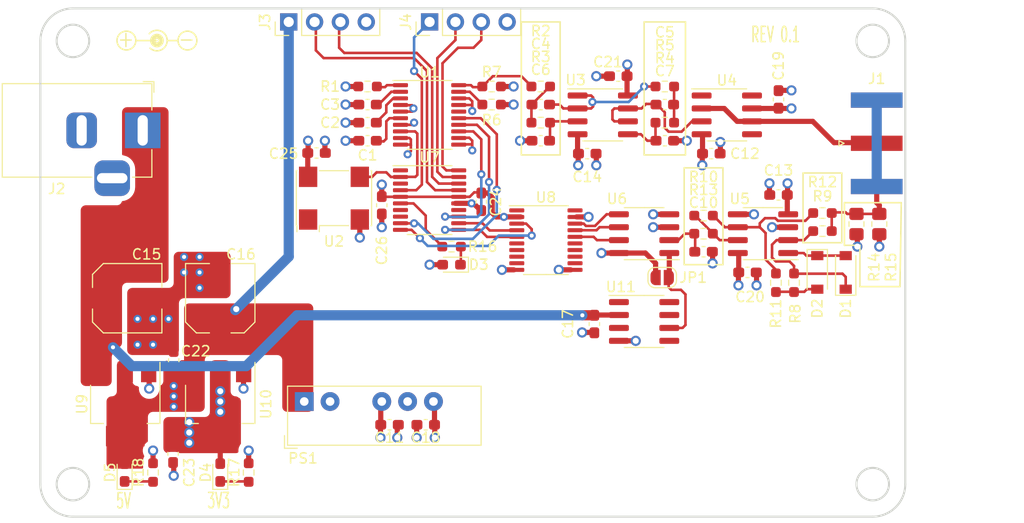
<source format=kicad_pcb>
(kicad_pcb (version 20171130) (host pcbnew "(5.1.9)-1")
  (layers (0 Front signal) (1 In1.Cu signal) (2 In2.Cu signal) (31 Back signal) (34 B.Paste user) (35 F.Paste user) (36 B.SilkS user) (37 F.SilkS user) (38 B.Mask user) (39 F.Mask user) (44 Edge.Cuts user))
  (net 0 "")
  (net 1 GND)
  (net 2 "Net-(C1-Pad1)")
  (net 3 +3V3)
  (net 4 "Net-(C2-Pad1)")
  (net 5 "Net-(C3-Pad2)")
  (net 6 "Net-(C4-Pad2)")
  (net 7 "Net-(C4-Pad1)")
  (net 8 "Net-(C5-Pad2)")
  (net 9 "Net-(C5-Pad1)")
  (net 10 "Net-(C6-Pad1)")
  (net 11 "Net-(C7-Pad1)")
  (net 12 "Net-(C10-Pad1)")
  (net 13 -5V)
  (net 14 +12V)
  (net 15 +5V)
  (net 16 "Net-(D1-Pad2)")
  (net 17 "Net-(D1-Pad1)")
  (net 18 "Net-(D2-Pad2)")
  (net 19 "Net-(D3-Pad1)")
  (net 20 "Net-(D4-Pad1)")
  (net 21 "Net-(D5-Pad1)")
  (net 22 /GEN)
  (net 23 "Net-(J1-Pad2)")
  (net 24 /RX_USART)
  (net 25 /TX_USART)
  (net 26 /SWCLK)
  (net 27 /SWDIO)
  (net 28 /RST)
  (net 29 /REF5.0)
  (net 30 "Net-(R1-Pad2)")
  (net 31 "Net-(R2-Pad2)")
  (net 32 "Net-(R6-Pad1)")
  (net 33 "Net-(R10-Pad2)")
  (net 34 "Net-(R10-Pad1)")
  (net 35 /LED_0)
  (net 36 /CS_0)
  (net 37 /CLK)
  (net 38 /MOSI)
  (net 39 "Net-(U1-Pad8)")
  (net 40 /MISO)
  (net 41 /CS_1)
  (net 42 /B4)
  (net 43 /B3)
  (net 44 /B2)
  (module Symbol:Symbol_Barrel_Polarity (layer Front) (at 116.205 65.659 180)
    (fp_text reference REF** hide)
    (fp_text value Symbol_Barrel_Polarity)
  )
  (module Jumper:SolderJumper-2_P1.3mm_Open_RoundedPad1.0x1.5mm (layer Front) (at 165.862 88.9)
    (fp_text reference JP1 (at 3.048 0) (layer F.SilkS))
    (fp_text value Jumper_NO_Small)
    (pad 2 smd custom (at 0.65 0) (size 1 0.5) (layers Front F.Mask) (net 29 /REF5.0) (options (clearance outline) (anchor rect)) (primitives (gr_circle (center 0 0.25) (end 0.5 0.25) (width 0)) (gr_circle (center 0 -0.25) (end 0.5 -0.25) (width 0)) (gr_poly (pts (xy 0 -0.75) (xy -0.5 -0.75) (xy -0.5 0.75) (xy 0 0.75)) (width 0))))
    (pad 1 smd custom (at -0.65 0) (size 1 0.5) (layers Front F.Mask) (net 15 +5V) (options (clearance outline) (anchor rect)) (primitives (gr_circle (center 0 0.25) (end 0.5 0.25) (width 0)) (gr_circle (center 0 -0.25) (end 0.5 -0.25) (width 0)) (gr_poly (pts (xy 0 -0.75) (xy 0.5 -0.75) (xy 0.5 0.75) (xy 0 0.75)) (width 0))))
  )
  (module Diode_SMD:D_SOD-123 (layer Front) (at 181.102 88.392 270)
    (fp_text reference D2 (at 3.556 0 90) (layer F.SilkS))
    (fp_text value LL4148)
    (pad 2 smd rect (at 1.65 0 270) (size 0.9 1.2) (layers Front F.Paste F.Mask) (net 18 "Net-(D2-Pad2)"))
    (pad 1 smd rect (at -1.65 0 270) (size 0.9 1.2) (layers Front F.Paste F.Mask) (net 16 "Net-(D1-Pad2)"))
  )
  (module Diode_SMD:D_SOD-123 (layer Front) (at 183.896 88.392 90)
    (fp_text reference D1 (at -3.556 0 90) (layer F.SilkS))
    (fp_text value LL4148)
    (pad 2 smd rect (at 1.65 0 90) (size 0.9 1.2) (layers Front F.Paste F.Mask) (net 16 "Net-(D1-Pad2)"))
    (pad 1 smd rect (at -1.65 0 90) (size 0.9 1.2) (layers Front F.Paste F.Mask) (net 17 "Net-(D1-Pad1)"))
  )
  (module Package_SO:SOIC-8_3.9x4.9mm_P1.27mm (layer Front) (at 164.084 93.218)
    (fp_text reference U11 (at -2.286 -3.4) (layer F.SilkS))
    (fp_text value REF02CP)
    (pad 8 smd roundrect (at 2.475 -1.905) (size 1.95 0.6) (layers Front F.Paste F.Mask))
    (pad 7 smd roundrect (at 2.475 -0.635) (size 1.95 0.6) (layers Front F.Paste F.Mask))
    (pad 6 smd roundrect (at 2.475 0.635) (size 1.95 0.6) (layers Front F.Paste F.Mask) (net 29 /REF5.0))
    (pad 5 smd roundrect (at 2.475 1.905) (size 1.95 0.6) (layers Front F.Paste F.Mask))
    (pad 4 smd roundrect (at -2.475 1.905) (size 1.95 0.6) (layers Front F.Paste F.Mask) (net 1 GND))
    (pad 3 smd roundrect (at -2.475 0.635) (size 1.95 0.6) (layers Front F.Paste F.Mask))
    (pad 2 smd roundrect (at -2.475 -0.635) (size 1.95 0.6) (layers Front F.Paste F.Mask) (net 14 +12V))
    (pad 1 smd roundrect (at -2.475 -1.905) (size 1.95 0.6) (layers Front F.Paste F.Mask))
  )
  (module Package_TO_SOT_SMD:SOT-223-3_TabPin2 (layer Front) (at 122.428 101.346 270)
    (fp_text reference U10 (at 0 -4.5 90) (layer F.SilkS))
    (fp_text value AZ1117-3.3)
    (pad 1 smd rect (at -3.15 -2.3 270) (size 2 1.5) (layers Front F.Paste F.Mask) (net 1 GND))
    (pad 3 smd rect (at -3.15 2.3 270) (size 2 1.5) (layers Front F.Paste F.Mask) (net 15 +5V))
    (pad 2 smd rect (at -3.15 0 270) (size 2 1.5) (layers Front F.Paste F.Mask) (net 3 +3V3))
    (pad 2 smd rect (at 3.15 0 270) (size 2 3.8) (layers Front F.Paste F.Mask) (net 3 +3V3))
  )
  (module Package_TO_SOT_SMD:SOT-223-3_TabPin2 (layer Front) (at 113.0935 101.346 270)
    (fp_text reference U9 (at 0 4.2545 270) (layer F.SilkS))
    (fp_text value AZ1117-5.0)
    (pad 1 smd rect (at -3.15 -2.3 270) (size 2 1.5) (layers Front F.Paste F.Mask) (net 1 GND))
    (pad 3 smd rect (at -3.15 2.3 270) (size 2 1.5) (layers Front F.Paste F.Mask) (net 14 +12V))
    (pad 2 smd rect (at -3.15 0 270) (size 2 1.5) (layers Front F.Paste F.Mask) (net 15 +5V))
    (pad 2 smd rect (at 3.15 0 270) (size 2 3.8) (layers Front F.Paste F.Mask) (net 15 +5V))
  )
  (module Package_SO:TSSOP-20_4.4x6.5mm_P0.65mm (layer Front) (at 154.432 85.217)
    (fp_text reference U8 (at 0 -4.2) (layer F.SilkS))
    (fp_text value TXS0108EPW)
    (pad 20 smd roundrect (at 2.8625 -2.925) (size 1.475 0.4) (layers Front F.Paste F.Mask))
    (pad 19 smd roundrect (at 2.8625 -2.275) (size 1.475 0.4) (layers Front F.Paste F.Mask) (net 15 +5V))
    (pad 18 smd roundrect (at 2.8625 -1.625) (size 1.475 0.4) (layers Front F.Paste F.Mask) (net 44 /B2))
    (pad 17 smd roundrect (at 2.8625 -0.975) (size 1.475 0.4) (layers Front F.Paste F.Mask) (net 43 /B3))
    (pad 16 smd roundrect (at 2.8625 -0.325) (size 1.475 0.4) (layers Front F.Paste F.Mask) (net 42 /B4))
    (pad 15 smd roundrect (at 2.8625 0.325) (size 1.475 0.4) (layers Front F.Paste F.Mask))
    (pad 14 smd roundrect (at 2.8625 0.975) (size 1.475 0.4) (layers Front F.Paste F.Mask))
    (pad 13 smd roundrect (at 2.8625 1.625) (size 1.475 0.4) (layers Front F.Paste F.Mask))
    (pad 12 smd roundrect (at 2.8625 2.275) (size 1.475 0.4) (layers Front F.Paste F.Mask))
    (pad 11 smd roundrect (at 2.8625 2.925) (size 1.475 0.4) (layers Front F.Paste F.Mask) (net 1 GND))
    (pad 10 smd roundrect (at -2.8625 2.925) (size 1.475 0.4) (layers Front F.Paste F.Mask) (net 3 +3V3))
    (pad 9 smd roundrect (at -2.8625 2.275) (size 1.475 0.4) (layers Front F.Paste F.Mask))
    (pad 8 smd roundrect (at -2.8625 1.625) (size 1.475 0.4) (layers Front F.Paste F.Mask))
    (pad 7 smd roundrect (at -2.8625 0.975) (size 1.475 0.4) (layers Front F.Paste F.Mask))
    (pad 6 smd roundrect (at -2.8625 0.325) (size 1.475 0.4) (layers Front F.Paste F.Mask))
    (pad 5 smd roundrect (at -2.8625 -0.325) (size 1.475 0.4) (layers Front F.Paste F.Mask) (net 37 /CLK))
    (pad 4 smd roundrect (at -2.8625 -0.975) (size 1.475 0.4) (layers Front F.Paste F.Mask) (net 40 /MISO))
    (pad 3 smd roundrect (at -2.8625 -1.625) (size 1.475 0.4) (layers Front F.Paste F.Mask) (net 41 /CS_1))
    (pad 2 smd roundrect (at -2.8625 -2.275) (size 1.475 0.4) (layers Front F.Paste F.Mask) (net 3 +3V3))
    (pad 1 smd roundrect (at -2.8625 -2.925) (size 1.475 0.4) (layers Front F.Paste F.Mask))
  )
  (module Package_SO:TSSOP-20_4.4x6.5mm_P0.65mm (layer Front) (at 143.002 81.28)
    (fp_text reference U7 (at 0 -4.2) (layer F.SilkS))
    (fp_text value STM32F042F6Px)
    (pad 20 smd roundrect (at 2.8625 -2.925) (size 1.475 0.4) (layers Front F.Paste F.Mask) (net 26 /SWCLK))
    (pad 19 smd roundrect (at 2.8625 -2.275) (size 1.475 0.4) (layers Front F.Paste F.Mask) (net 27 /SWDIO))
    (pad 18 smd roundrect (at 2.8625 -1.625) (size 1.475 0.4) (layers Front F.Paste F.Mask) (net 24 /RX_USART))
    (pad 17 smd roundrect (at 2.8625 -0.975) (size 1.475 0.4) (layers Front F.Paste F.Mask) (net 25 /TX_USART))
    (pad 16 smd roundrect (at 2.8625 -0.325) (size 1.475 0.4) (layers Front F.Paste F.Mask) (net 3 +3V3))
    (pad 15 smd roundrect (at 2.8625 0.325) (size 1.475 0.4) (layers Front F.Paste F.Mask) (net 1 GND))
    (pad 14 smd roundrect (at 2.8625 0.975) (size 1.475 0.4) (layers Front F.Paste F.Mask))
    (pad 13 smd roundrect (at 2.8625 1.625) (size 1.475 0.4) (layers Front F.Paste F.Mask) (net 38 /MOSI))
    (pad 12 smd roundrect (at 2.8625 2.275) (size 1.475 0.4) (layers Front F.Paste F.Mask) (net 40 /MISO))
    (pad 11 smd roundrect (at 2.8625 2.925) (size 1.475 0.4) (layers Front F.Paste F.Mask) (net 37 /CLK))
    (pad 10 smd roundrect (at -2.8625 2.925) (size 1.475 0.4) (layers Front F.Paste F.Mask) (net 41 /CS_1))
    (pad 9 smd roundrect (at -2.8625 2.275) (size 1.475 0.4) (layers Front F.Paste F.Mask) (net 36 /CS_0))
    (pad 8 smd roundrect (at -2.8625 1.625) (size 1.475 0.4) (layers Front F.Paste F.Mask))
    (pad 7 smd roundrect (at -2.8625 0.975) (size 1.475 0.4) (layers Front F.Paste F.Mask))
    (pad 6 smd roundrect (at -2.8625 0.325) (size 1.475 0.4) (layers Front F.Paste F.Mask) (net 35 /LED_0))
    (pad 5 smd roundrect (at -2.8625 -0.325) (size 1.475 0.4) (layers Front F.Paste F.Mask) (net 3 +3V3))
    (pad 4 smd roundrect (at -2.8625 -0.975) (size 1.475 0.4) (layers Front F.Paste F.Mask) (net 28 /RST))
    (pad 3 smd roundrect (at -2.8625 -1.625) (size 1.475 0.4) (layers Front F.Paste F.Mask))
    (pad 2 smd roundrect (at -2.8625 -2.275) (size 1.475 0.4) (layers Front F.Paste F.Mask) (net 39 "Net-(U1-Pad8)"))
    (pad 1 smd roundrect (at -2.8625 -2.925) (size 1.475 0.4) (layers Front F.Paste F.Mask))
  )
  (module Package_SO:SOIC-8_3.9x4.9mm_P1.27mm (layer Front) (at 164.084 84.582 180)
    (fp_text reference U6 (at 2.667 3.429) (layer F.SilkS))
    (fp_text value MCP3201)
    (pad 8 smd roundrect (at 2.475 -1.905 180) (size 1.95 0.6) (layers Front F.Paste F.Mask) (net 15 +5V))
    (pad 7 smd roundrect (at 2.475 -0.635 180) (size 1.95 0.6) (layers Front F.Paste F.Mask) (net 42 /B4))
    (pad 6 smd roundrect (at 2.475 0.635 180) (size 1.95 0.6) (layers Front F.Paste F.Mask) (net 43 /B3))
    (pad 5 smd roundrect (at 2.475 1.905 180) (size 1.95 0.6) (layers Front F.Paste F.Mask) (net 44 /B2))
    (pad 4 smd roundrect (at -2.475 1.905 180) (size 1.95 0.6) (layers Front F.Paste F.Mask) (net 1 GND))
    (pad 3 smd roundrect (at -2.475 0.635 180) (size 1.95 0.6) (layers Front F.Paste F.Mask) (net 1 GND))
    (pad 2 smd roundrect (at -2.475 -0.635 180) (size 1.95 0.6) (layers Front F.Paste F.Mask) (net 12 "Net-(C10-Pad1)"))
    (pad 1 smd roundrect (at -2.475 -1.905 180) (size 1.95 0.6) (layers Front F.Paste F.Mask) (net 29 /REF5.0))
  )
  (module Package_SO:SOIC-8_3.9x4.9mm_P1.27mm (layer Front) (at 175.768 84.582 180)
    (fp_text reference U5 (at 2.286 3.429) (layer F.SilkS))
    (fp_text value NE5532)
    (pad 8 smd roundrect (at 2.475 -1.905 180) (size 1.95 0.6) (layers Front F.Paste F.Mask) (net 15 +5V))
    (pad 7 smd roundrect (at 2.475 -0.635 180) (size 1.95 0.6) (layers Front F.Paste F.Mask) (net 33 "Net-(R10-Pad2)"))
    (pad 6 smd roundrect (at 2.475 0.635 180) (size 1.95 0.6) (layers Front F.Paste F.Mask) (net 34 "Net-(R10-Pad1)"))
    (pad 5 smd roundrect (at 2.475 1.905 180) (size 1.95 0.6) (layers Front F.Paste F.Mask) (net 1 GND))
    (pad 4 smd roundrect (at -2.475 1.905 180) (size 1.95 0.6) (layers Front F.Paste F.Mask) (net 13 -5V))
    (pad 3 smd roundrect (at -2.475 0.635 180) (size 1.95 0.6) (layers Front F.Paste F.Mask) (net 1 GND))
    (pad 2 smd roundrect (at -2.475 -0.635 180) (size 1.95 0.6) (layers Front F.Paste F.Mask) (net 17 "Net-(D1-Pad1)"))
    (pad 1 smd roundrect (at -2.475 -1.905 180) (size 1.95 0.6) (layers Front F.Paste F.Mask) (net 16 "Net-(D1-Pad2)"))
  )
  (module Package_SO:SOIC-8_3.9x4.9mm_P1.27mm (layer Front) (at 172.212 72.898)
    (fp_text reference U4 (at 0 -3.4) (layer F.SilkS))
    (fp_text value AD8009AR)
    (pad 8 smd roundrect (at 2.475 -1.905) (size 1.95 0.6) (layers Front F.Paste F.Mask))
    (pad 7 smd roundrect (at 2.475 -0.635) (size 1.95 0.6) (layers Front F.Paste F.Mask) (net 15 +5V))
    (pad 6 smd roundrect (at 2.475 0.635) (size 1.95 0.6) (layers Front F.Paste F.Mask) (net 22 /GEN))
    (pad 5 smd roundrect (at 2.475 1.905) (size 1.95 0.6) (layers Front F.Paste F.Mask))
    (pad 4 smd roundrect (at -2.475 1.905) (size 1.95 0.6) (layers Front F.Paste F.Mask) (net 13 -5V))
    (pad 3 smd roundrect (at -2.475 0.635) (size 1.95 0.6) (layers Front F.Paste F.Mask) (net 9 "Net-(C5-Pad1)"))
    (pad 2 smd roundrect (at -2.475 -0.635) (size 1.95 0.6) (layers Front F.Paste F.Mask) (net 22 /GEN))
    (pad 1 smd roundrect (at -2.475 -1.905) (size 1.95 0.6) (layers Front F.Paste F.Mask))
  )
  (module Package_SO:SOIC-8_3.9x4.9mm_P1.27mm (layer Front) (at 160.02 72.898)
    (fp_text reference U3 (at -2.667 -3.429) (layer F.SilkS))
    (fp_text value NE5532)
    (pad 8 smd roundrect (at 2.475 -1.905) (size 1.95 0.6) (layers Front F.Paste F.Mask) (net 15 +5V))
    (pad 7 smd roundrect (at 2.475 -0.635) (size 1.95 0.6) (layers Front F.Paste F.Mask) (net 9 "Net-(C5-Pad1)"))
    (pad 6 smd roundrect (at 2.475 0.635) (size 1.95 0.6) (layers Front F.Paste F.Mask) (net 9 "Net-(C5-Pad1)"))
    (pad 5 smd roundrect (at 2.475 1.905) (size 1.95 0.6) (layers Front F.Paste F.Mask) (net 11 "Net-(C7-Pad1)"))
    (pad 4 smd roundrect (at -2.475 1.905) (size 1.95 0.6) (layers Front F.Paste F.Mask) (net 13 -5V))
    (pad 3 smd roundrect (at -2.475 0.635) (size 1.95 0.6) (layers Front F.Paste F.Mask) (net 10 "Net-(C6-Pad1)"))
    (pad 2 smd roundrect (at -2.475 -0.635) (size 1.95 0.6) (layers Front F.Paste F.Mask) (net 7 "Net-(C4-Pad1)"))
    (pad 1 smd roundrect (at -2.475 -1.905) (size 1.95 0.6) (layers Front F.Paste F.Mask) (net 7 "Net-(C4-Pad1)"))
  )
  (module Oscillator:Oscillator_SMD_SeikoEpson_SG8002CA-4Pin_7.0x5.0mm (layer Front) (at 133.604 81.0895)
    (fp_text reference U2 (at 0 4.2545) (layer F.SilkS))
    (fp_text value 25MHz)
    (pad 4 smd rect (at -2.54 -2.1) (size 1.8 2) (layers Front F.Paste F.Mask) (net 3 +3V3))
    (pad 3 smd rect (at 2.54 -2.1) (size 1.8 2) (layers Front F.Paste F.Mask) (net 39 "Net-(U1-Pad8)"))
    (pad 2 smd rect (at 2.54 2.1) (size 1.8 2) (layers Front F.Paste F.Mask) (net 1 GND))
    (pad 1 smd rect (at -2.54 2.1) (size 1.8 2) (layers Front F.Paste F.Mask))
  )
  (module Package_SO:TSSOP-20_4.4x6.5mm_P0.65mm (layer Front) (at 143.002 72.898)
    (fp_text reference U1 (at 0 -4.2) (layer F.SilkS))
    (fp_text value AD9834)
    (pad 20 smd roundrect (at 2.8625 -2.925) (size 1.475 0.4) (layers Front F.Paste F.Mask) (net 31 "Net-(R2-Pad2)"))
    (pad 19 smd roundrect (at 2.8625 -2.275) (size 1.475 0.4) (layers Front F.Paste F.Mask) (net 32 "Net-(R6-Pad1)"))
    (pad 18 smd roundrect (at 2.8625 -1.625) (size 1.475 0.4) (layers Front F.Paste F.Mask) (net 1 GND))
    (pad 17 smd roundrect (at 2.8625 -0.975) (size 1.475 0.4) (layers Front F.Paste F.Mask) (net 1 GND))
    (pad 16 smd roundrect (at 2.8625 -0.325) (size 1.475 0.4) (layers Front F.Paste F.Mask))
    (pad 15 smd roundrect (at 2.8625 0.325) (size 1.475 0.4) (layers Front F.Paste F.Mask) (net 36 /CS_0))
    (pad 14 smd roundrect (at 2.8625 0.975) (size 1.475 0.4) (layers Front F.Paste F.Mask) (net 37 /CLK))
    (pad 13 smd roundrect (at 2.8625 1.625) (size 1.475 0.4) (layers Front F.Paste F.Mask) (net 38 /MOSI))
    (pad 12 smd roundrect (at 2.8625 2.275) (size 1.475 0.4) (layers Front F.Paste F.Mask) (net 1 GND))
    (pad 11 smd roundrect (at 2.8625 2.925) (size 1.475 0.4) (layers Front F.Paste F.Mask) (net 1 GND))
    (pad 10 smd roundrect (at -2.8625 2.925) (size 1.475 0.4) (layers Front F.Paste F.Mask) (net 1 GND))
    (pad 9 smd roundrect (at -2.8625 2.275) (size 1.475 0.4) (layers Front F.Paste F.Mask) (net 1 GND))
    (pad 8 smd roundrect (at -2.8625 1.625) (size 1.475 0.4) (layers Front F.Paste F.Mask) (net 39 "Net-(U1-Pad8)"))
    (pad 7 smd roundrect (at -2.8625 0.975) (size 1.475 0.4) (layers Front F.Paste F.Mask) (net 1 GND))
    (pad 6 smd roundrect (at -2.8625 0.325) (size 1.475 0.4) (layers Front F.Paste F.Mask) (net 2 "Net-(C1-Pad1)"))
    (pad 5 smd roundrect (at -2.8625 -0.325) (size 1.475 0.4) (layers Front F.Paste F.Mask) (net 3 +3V3))
    (pad 4 smd roundrect (at -2.8625 -0.975) (size 1.475 0.4) (layers Front F.Paste F.Mask) (net 3 +3V3))
    (pad 3 smd roundrect (at -2.8625 -1.625) (size 1.475 0.4) (layers Front F.Paste F.Mask) (net 4 "Net-(C2-Pad1)"))
    (pad 2 smd roundrect (at -2.8625 -2.275) (size 1.475 0.4) (layers Front F.Paste F.Mask) (net 5 "Net-(C3-Pad2)"))
    (pad 1 smd roundrect (at -2.8625 -2.925) (size 1.475 0.4) (layers Front F.Paste F.Mask) (net 30 "Net-(R1-Pad2)"))
  )
  (module Resistor_SMD:R_0603_1608Metric_Pad0.98x0.95mm_HandSolder (layer Front) (at 115.824 108.077 90)
    (fp_text reference R18 (at 0 -1.43 90) (layer F.SilkS))
    (fp_text value 820)
    (pad 2 smd roundrect (at 0.9125 0 90) (size 0.975 0.95) (layers Front F.Paste F.Mask) (net 1 GND))
    (pad 1 smd roundrect (at -0.9125 0 90) (size 0.975 0.95) (layers Front F.Paste F.Mask) (net 21 "Net-(D5-Pad1)"))
  )
  (module Resistor_SMD:R_0603_1608Metric_Pad0.98x0.95mm_HandSolder (layer Front) (at 125.222 108.077 90)
    (fp_text reference R17 (at 0 -1.43 90) (layer F.SilkS))
    (fp_text value 330)
    (pad 2 smd roundrect (at 0.9125 0 90) (size 0.975 0.95) (layers Front F.Paste F.Mask) (net 1 GND))
    (pad 1 smd roundrect (at -0.9125 0 90) (size 0.975 0.95) (layers Front F.Paste F.Mask) (net 20 "Net-(D4-Pad1)"))
  )
  (module Resistor_SMD:R_0603_1608Metric_Pad0.98x0.95mm_HandSolder (layer Front) (at 145.161 85.852 180)
    (fp_text reference R16 (at -3.048 0) (layer F.SilkS))
    (fp_text value 330)
    (pad 2 smd roundrect (at 0.9125 0 180) (size 0.975 0.95) (layers Front F.Paste F.Mask) (net 35 /LED_0))
    (pad 1 smd roundrect (at -0.9125 0 180) (size 0.975 0.95) (layers Front F.Paste F.Mask) (net 19 "Net-(D3-Pad1)"))
  )
  (module Resistor_SMD:R_0805_2012Metric_Pad1.20x1.40mm_HandSolder (layer Front) (at 187.198 83.636 270)
    (fp_text reference R15 (at 4.248 -1.143 90) (layer F.SilkS))
    (fp_text value 100R)
    (pad 2 smd roundrect (at 1 0 270) (size 1.2 1.4) (layers Front F.Paste F.Mask) (roundrect_rratio 0.2083325) (net 1 GND))
    (pad 1 smd roundrect (at -1 0 270) (size 1.2 1.4) (layers Front F.Paste F.Mask) (roundrect_rratio 0.2083325) (net 23 "Net-(J1-Pad2)"))
  )
  (module Resistor_SMD:R_0805_2012Metric_Pad1.20x1.40mm_HandSolder (layer Front) (at 184.954 83.636 270)
    (fp_text reference R14 (at 4.248 -1.736 90) (layer F.SilkS))
    (fp_text value 100R)
    (pad 2 smd roundrect (at 1 0 270) (size 1.2 1.4) (layers Front F.Paste F.Mask) (roundrect_rratio 0.2083325) (net 1 GND))
    (pad 1 smd roundrect (at -1 0 270) (size 1.2 1.4) (layers Front F.Paste F.Mask) (roundrect_rratio 0.2083325) (net 23 "Net-(J1-Pad2)"))
  )
  (module Resistor_SMD:R_0603_1608Metric_Pad0.98x0.95mm_HandSolder (layer Front) (at 169.926 84.582 180)
    (fp_text reference R13 (at 0 4.318) (layer F.SilkS))
    (fp_text value 15k)
    (pad 2 smd roundrect (at 0.9125 0 180) (size 0.975 0.95) (layers Front F.Paste F.Mask) (net 12 "Net-(C10-Pad1)"))
    (pad 1 smd roundrect (at -0.9125 0 180) (size 0.975 0.95) (layers Front F.Paste F.Mask) (net 33 "Net-(R10-Pad2)"))
  )
  (module Resistor_SMD:R_0603_1608Metric_Pad0.98x0.95mm_HandSolder (layer Front) (at 181.61 82.55 180)
    (fp_text reference R12 (at 0 3.048) (layer F.SilkS))
    (fp_text value 20k)
    (pad 2 smd roundrect (at 0.9125 0 180) (size 0.975 0.95) (layers Front F.Paste F.Mask) (net 34 "Net-(R10-Pad1)"))
    (pad 1 smd roundrect (at -0.9125 0 180) (size 0.975 0.95) (layers Front F.Paste F.Mask) (net 23 "Net-(J1-Pad2)"))
  )
  (module Resistor_SMD:R_0603_1608Metric_Pad0.98x0.95mm_HandSolder (layer Front) (at 177.038 89.408 90)
    (fp_text reference R11 (at -3.048 0 90) (layer F.SilkS))
    (fp_text value 10k)
    (pad 2 smd roundrect (at 0.9125 0 90) (size 0.975 0.95) (layers Front F.Paste F.Mask) (net 34 "Net-(R10-Pad1)"))
    (pad 1 smd roundrect (at -0.9125 0 90) (size 0.975 0.95) (layers Front F.Paste F.Mask) (net 18 "Net-(D2-Pad2)"))
  )
  (module Resistor_SMD:R_0603_1608Metric_Pad0.98x0.95mm_HandSolder (layer Front) (at 169.926 82.804 180)
    (fp_text reference R10 (at 0 3.81) (layer F.SilkS))
    (fp_text value 20k)
    (pad 2 smd roundrect (at 0.9125 0 180) (size 0.975 0.95) (layers Front F.Paste F.Mask) (net 33 "Net-(R10-Pad2)"))
    (pad 1 smd roundrect (at -0.9125 0 180) (size 0.975 0.95) (layers Front F.Paste F.Mask) (net 34 "Net-(R10-Pad1)"))
  )
  (module Resistor_SMD:R_0603_1608Metric_Pad0.98x0.95mm_HandSolder (layer Front) (at 181.61 84.328 180)
    (fp_text reference R9 (at 0 3.429) (layer F.SilkS))
    (fp_text value 10k)
    (pad 2 smd roundrect (at 0.9125 0 180) (size 0.975 0.95) (layers Front F.Paste F.Mask) (net 17 "Net-(D1-Pad1)"))
    (pad 1 smd roundrect (at -0.9125 0 180) (size 0.975 0.95) (layers Front F.Paste F.Mask) (net 23 "Net-(J1-Pad2)"))
  )
  (module Resistor_SMD:R_0603_1608Metric_Pad0.98x0.95mm_HandSolder (layer Front) (at 178.816 89.408 270)
    (fp_text reference R8 (at 3.048 -0.127 90) (layer F.SilkS))
    (fp_text value 10k)
    (pad 2 smd roundrect (at 0.9125 0 270) (size 0.975 0.95) (layers Front F.Paste F.Mask) (net 18 "Net-(D2-Pad2)"))
    (pad 1 smd roundrect (at -0.9125 0 270) (size 0.975 0.95) (layers Front F.Paste F.Mask) (net 17 "Net-(D1-Pad1)"))
  )
  (module Resistor_SMD:R_0603_1608Metric_Pad0.98x0.95mm_HandSolder (layer Front) (at 149.098 70.104)
    (fp_text reference R7 (at 0 -1.43) (layer F.SilkS))
    (fp_text value 200R)
    (pad 2 smd roundrect (at 0.9125 0) (size 0.975 0.95) (layers Front F.Paste F.Mask) (net 1 GND))
    (pad 1 smd roundrect (at -0.9125 0) (size 0.975 0.95) (layers Front F.Paste F.Mask) (net 31 "Net-(R2-Pad2)"))
  )
  (module Resistor_SMD:R_0603_1608Metric_Pad0.98x0.95mm_HandSolder (layer Front) (at 149.098 71.882)
    (fp_text reference R6 (at 0 1.524) (layer F.SilkS))
    (fp_text value 200R)
    (pad 2 smd roundrect (at 0.9125 0) (size 0.975 0.95) (layers Front F.Paste F.Mask) (net 1 GND))
    (pad 1 smd roundrect (at -0.9125 0) (size 0.975 0.95) (layers Front F.Paste F.Mask) (net 32 "Net-(R6-Pad1)"))
  )
  (module Resistor_SMD:R_0603_1608Metric_Pad0.98x0.95mm_HandSolder (layer Front) (at 166.116 73.66)
    (fp_text reference R5 (at 0 -7.62) (layer F.SilkS))
    (fp_text value 1k2)
    (pad 2 smd roundrect (at 0.9125 0) (size 0.975 0.95) (layers Front F.Paste F.Mask) (net 8 "Net-(C5-Pad2)"))
    (pad 1 smd roundrect (at -0.9125 0) (size 0.975 0.95) (layers Front F.Paste F.Mask) (net 11 "Net-(C7-Pad1)"))
  )
  (module Resistor_SMD:R_0603_1608Metric_Pad0.98x0.95mm_HandSolder (layer Front) (at 166.116 70.104 180)
    (fp_text reference R4 (at 0 2.794) (layer F.SilkS))
    (fp_text value 1k2)
    (pad 2 smd roundrect (at 0.9125 0 180) (size 0.975 0.95) (layers Front F.Paste F.Mask) (net 7 "Net-(C4-Pad1)"))
    (pad 1 smd roundrect (at -0.9125 0 180) (size 0.975 0.95) (layers Front F.Paste F.Mask) (net 8 "Net-(C5-Pad2)"))
  )
  (module Resistor_SMD:R_0603_1608Metric_Pad0.98x0.95mm_HandSolder (layer Front) (at 153.924 73.66 180)
    (fp_text reference R3 (at 0 6.477) (layer F.SilkS))
    (fp_text value 1k1)
    (pad 2 smd roundrect (at 0.9125 0 180) (size 0.975 0.95) (layers Front F.Paste F.Mask) (net 6 "Net-(C4-Pad2)"))
    (pad 1 smd roundrect (at -0.9125 0 180) (size 0.975 0.95) (layers Front F.Paste F.Mask) (net 10 "Net-(C6-Pad1)"))
  )
  (module Resistor_SMD:R_0603_1608Metric_Pad0.98x0.95mm_HandSolder (layer Front) (at 153.924 70.104 180)
    (fp_text reference R2 (at 0 5.461) (layer F.SilkS))
    (fp_text value 1k1)
    (pad 2 smd roundrect (at 0.9125 0 180) (size 0.975 0.95) (layers Front F.Paste F.Mask) (net 31 "Net-(R2-Pad2)"))
    (pad 1 smd roundrect (at -0.9125 0 180) (size 0.975 0.95) (layers Front F.Paste F.Mask) (net 6 "Net-(C4-Pad2)"))
  )
  (module Resistor_SMD:R_0603_1608Metric_Pad0.98x0.95mm_HandSolder (layer Front) (at 136.906 70.104)
    (fp_text reference R1 (at -3.683 0) (layer F.SilkS))
    (fp_text value 6k8)
    (pad 2 smd roundrect (at 0.9125 0) (size 0.975 0.95) (layers Front F.Paste F.Mask) (net 30 "Net-(R1-Pad2)"))
    (pad 1 smd roundrect (at -0.9125 0) (size 0.975 0.95) (layers Front F.Paste F.Mask) (net 1 GND))
  )
  (module Converter_DCDC:Converter_DCDC_XP_POWER-IAxxxxS_THT (layer Front) (at 130.683 101.092 90)
    (fp_text reference PS1 (at -5.588 -0.127 180) (layer F.SilkS))
    (fp_text value IA0505S)
    (pad 6 thru_hole circle (at 0 12.7 90) (size 1.85 1.85) (drill 0.85) (layers *.Cu *.Mask) (net 15 +5V))
    (pad 5 thru_hole circle (at 0 10.16 90) (size 1.85 1.85) (drill 0.85) (layers *.Cu *.Mask) (net 1 GND))
    (pad 4 thru_hole circle (at 0 7.62 90) (size 1.85 1.85) (drill 0.85) (layers *.Cu *.Mask) (net 13 -5V))
    (pad 2 thru_hole circle (at 0 2.54 90) (size 1.85 1.85) (drill 0.85) (layers *.Cu *.Mask) (net 1 GND))
    (pad 1 thru_hole rect (at 0 0 90) (size 1.85 1.85) (drill 0.85) (layers *.Cu *.Mask) (net 15 +5V))
  )
  (module Connector_PinHeader_2.54mm:PinHeader_1x04_P2.54mm_Vertical (layer Front) (at 143.002 63.754 90)
    (fp_text reference J4 (at 0 -2.33 90) (layer F.SilkS))
    (fp_text value PRG)
    (pad 4 thru_hole oval (at 0 7.62 90) (size 1.7 1.7) (drill 1) (layers *.Cu *.Mask) (net 1 GND))
    (pad 3 thru_hole oval (at 0 5.08 90) (size 1.7 1.7) (drill 1) (layers *.Cu *.Mask) (net 26 /SWCLK))
    (pad 2 thru_hole oval (at 0 2.54 90) (size 1.7 1.7) (drill 1) (layers *.Cu *.Mask) (net 27 /SWDIO))
    (pad 1 thru_hole rect (at 0 0 90) (size 1.7 1.7) (drill 1) (layers *.Cu *.Mask) (net 28 /RST))
  )
  (module Connector_PinHeader_2.54mm:PinHeader_1x04_P2.54mm_Vertical (layer Front) (at 129.159 63.754 90)
    (fp_text reference J3 (at 0 -2.33 90) (layer F.SilkS))
    (fp_text value UART)
    (pad 4 thru_hole oval (at 0 7.62 90) (size 1.7 1.7) (drill 1) (layers *.Cu *.Mask) (net 1 GND))
    (pad 3 thru_hole oval (at 0 5.08 90) (size 1.7 1.7) (drill 1) (layers *.Cu *.Mask) (net 24 /RX_USART))
    (pad 2 thru_hole oval (at 0 2.54 90) (size 1.7 1.7) (drill 1) (layers *.Cu *.Mask) (net 25 /TX_USART))
    (pad 1 thru_hole rect (at 0 0 90) (size 1.7 1.7) (drill 1) (layers *.Cu *.Mask) (net 15 +5V))
  )
  (module Connector_BarrelJack:BarrelJack_Horizontal (layer Front) (at 114.808 74.422)
    (fp_text reference J2 (at -8.45 5.75) (layer F.SilkS))
    (fp_text value Barrel_Jack)
    (pad 3 thru_hole roundrect (at -3 4.7) (size 3.5 3.5) (drill oval 3 1) (layers *.Cu *.Mask))
    (pad 2 thru_hole roundrect (at -6 0) (size 3 3.5) (drill oval 1 3) (layers *.Cu *.Mask) (net 1 GND))
    (pad 1 thru_hole rect (at 0 0) (size 3.5 3.5) (drill oval 1 3) (layers *.Cu *.Mask) (net 14 +12V))
  )
  (module Connector_Coaxial:SMA_Amphenol_132289_EdgeMount (layer Front) (at 186.944 75.692)
    (fp_text reference J1 (at 0 -6.35 180) (layer F.SilkS))
    (fp_text value PZT)
    (pad 1 smd rect (at 0 0 90) (size 1.5 5.08) (layers Front F.Paste F.Mask) (net 22 /GEN))
    (pad 2 smd rect (at 0 -4.25 90) (size 1.5 5.08) (layers Front F.Paste F.Mask) (net 23 "Net-(J1-Pad2)"))
    (pad 2 smd rect (at 0 4.25 90) (size 1.5 5.08) (layers Front F.Paste F.Mask) (net 23 "Net-(J1-Pad2)"))
    (pad 2 smd rect (at 0 -4.25 90) (size 1.5 5.08) (layers Back B.Paste B.Mask) (net 23 "Net-(J1-Pad2)"))
    (pad 2 smd rect (at 0 4.25 90) (size 1.5 5.08) (layers Back B.Paste B.Mask) (net 23 "Net-(J1-Pad2)"))
  )
  (module LED_SMD:LED_0603_1608Metric_Pad1.05x0.95mm_HandSolder (layer Front) (at 113.03 108.077 90)
    (fp_text reference D5 (at 0 -1.43 90) (layer F.SilkS))
    (fp_text value LED)
    (pad 2 smd roundrect (at 0.875 0 90) (size 1.05 0.95) (layers Front F.Paste F.Mask) (net 15 +5V))
    (pad 1 smd roundrect (at -0.875 0 90) (size 1.05 0.95) (layers Front F.Paste F.Mask) (net 21 "Net-(D5-Pad1)"))
  )
  (module LED_SMD:LED_0603_1608Metric_Pad1.05x0.95mm_HandSolder (layer Front) (at 122.428 108.077 90)
    (fp_text reference D4 (at 0 -1.43 90) (layer F.SilkS))
    (fp_text value LED)
    (pad 2 smd roundrect (at 0.875 0 90) (size 1.05 0.95) (layers Front F.Paste F.Mask) (net 3 +3V3))
    (pad 1 smd roundrect (at -0.875 0 90) (size 1.05 0.95) (layers Front F.Paste F.Mask) (net 20 "Net-(D4-Pad1)"))
  )
  (module LED_SMD:LED_0603_1608Metric_Pad1.05x0.95mm_HandSolder (layer Front) (at 145.161 87.63 180)
    (fp_text reference D3 (at -2.667 0) (layer F.SilkS))
    (fp_text value LED)
    (pad 2 smd roundrect (at 0.875 0 180) (size 1.05 0.95) (layers Front F.Paste F.Mask) (net 3 +3V3))
    (pad 1 smd roundrect (at -0.875 0 180) (size 1.05 0.95) (layers Front F.Paste F.Mask) (net 19 "Net-(D3-Pad1)"))
  )
  (module Capacitor_SMD:C_0603_1608Metric_Pad1.08x0.95mm_HandSolder (layer Front) (at 138.303 81.788 270)
    (fp_text reference C26 (at 4.445 0 90) (layer F.SilkS))
    (fp_text value 4.7uF)
    (pad 2 smd roundrect (at 0.8625 0 270) (size 1.075 0.95) (layers Front F.Paste F.Mask) (net 1 GND))
    (pad 1 smd roundrect (at -0.8625 0 270) (size 1.075 0.95) (layers Front F.Paste F.Mask) (net 3 +3V3))
  )
  (module Capacitor_SMD:C_0603_1608Metric_Pad1.08x0.95mm_HandSolder (layer Front) (at 131.8895 76.6445)
    (fp_text reference C25 (at -3.2385 0.0635) (layer F.SilkS))
    (fp_text value 4.7uF)
    (pad 2 smd roundrect (at 0.8625 0) (size 1.075 0.95) (layers Front F.Paste F.Mask) (net 1 GND))
    (pad 1 smd roundrect (at -0.8625 0) (size 1.075 0.95) (layers Front F.Paste F.Mask) (net 3 +3V3))
  )
  (module Capacitor_SMD:C_0603_1608Metric_Pad1.08x0.95mm_HandSolder (layer Front) (at 148.082 81.444 270)
    (fp_text reference C24 (at 0 -1.43 90) (layer F.SilkS))
    (fp_text value 4.7uF)
    (pad 2 smd roundrect (at 0.8625 0 270) (size 1.075 0.95) (layers Front F.Paste F.Mask) (net 1 GND))
    (pad 1 smd roundrect (at -0.8625 0 270) (size 1.075 0.95) (layers Front F.Paste F.Mask) (net 3 +3V3))
  )
  (module Capacitor_SMD:C_0603_1608Metric_Pad1.08x0.95mm_HandSolder (layer Front) (at 117.7925 106.2355 270)
    (fp_text reference C23 (at 1.8415 -1.5875 90) (layer F.SilkS))
    (fp_text value 4.7uF)
    (pad 2 smd roundrect (at 0.8625 0 270) (size 1.075 0.95) (layers Front F.Paste F.Mask) (net 1 GND))
    (pad 1 smd roundrect (at -0.8625 0 270) (size 1.075 0.95) (layers Front F.Paste F.Mask) (net 3 +3V3))
  )
  (module Capacitor_SMD:C_0603_1608Metric_Pad1.08x0.95mm_HandSolder (layer Front) (at 117.856 97.028 90)
    (fp_text reference C22 (at 0.889 2.159 180) (layer F.SilkS))
    (fp_text value 4.7uF)
    (pad 2 smd roundrect (at 0.8625 0 90) (size 1.075 0.95) (layers Front F.Paste F.Mask) (net 1 GND))
    (pad 1 smd roundrect (at -0.8625 0 90) (size 1.075 0.95) (layers Front F.Paste F.Mask) (net 15 +5V))
  )
  (module Capacitor_SMD:C_0603_1608Metric_Pad1.08x0.95mm_HandSolder (layer Front) (at 161.544 69.088 180)
    (fp_text reference C21 (at 1.016 1.397) (layer F.SilkS))
    (fp_text value 1uF)
    (pad 2 smd roundrect (at 0.8625 0 180) (size 1.075 0.95) (layers Front F.Paste F.Mask) (net 1 GND))
    (pad 1 smd roundrect (at -0.8625 0 180) (size 1.075 0.95) (layers Front F.Paste F.Mask) (net 15 +5V))
  )
  (module Capacitor_SMD:C_0603_1608Metric_Pad1.08x0.95mm_HandSolder (layer Front) (at 174.244 88.392)
    (fp_text reference C20 (at 0.254 2.413) (layer F.SilkS))
    (fp_text value 1uF)
    (pad 2 smd roundrect (at 0.8625 0) (size 1.075 0.95) (layers Front F.Paste F.Mask) (net 1 GND))
    (pad 1 smd roundrect (at -0.8625 0) (size 1.075 0.95) (layers Front F.Paste F.Mask) (net 15 +5V))
  )
  (module Capacitor_SMD:C_0603_1608Metric_Pad1.08x0.95mm_HandSolder (layer Front) (at 177.292 71.374 90)
    (fp_text reference C19 (at 3.302 0 90) (layer F.SilkS))
    (fp_text value 1uF)
    (pad 2 smd roundrect (at 0.8625 0 90) (size 1.075 0.95) (layers Front F.Paste F.Mask) (net 1 GND))
    (pad 1 smd roundrect (at -0.8625 0 90) (size 1.075 0.95) (layers Front F.Paste F.Mask) (net 15 +5V))
  )
  (module Capacitor_SMD:C_0603_1608Metric_Pad1.08x0.95mm_HandSolder (layer Front) (at 142.621 103.378 180)
    (fp_text reference C18 (at 0 -1.27) (layer F.SilkS))
    (fp_text value 4.7uF)
    (pad 2 smd roundrect (at 0.8625 0 180) (size 1.075 0.95) (layers Front F.Paste F.Mask) (net 1 GND))
    (pad 1 smd roundrect (at -0.8625 0 180) (size 1.075 0.95) (layers Front F.Paste F.Mask) (net 15 +5V))
  )
  (module Capacitor_SMD:C_0603_1608Metric_Pad1.08x0.95mm_HandSolder (layer Front) (at 159.1945 93.472 270)
    (fp_text reference C17 (at 0 2.6035 90) (layer F.SilkS))
    (fp_text value 4.7uF)
    (pad 2 smd roundrect (at 0.8625 0 270) (size 1.075 0.95) (layers Front F.Paste F.Mask) (net 1 GND))
    (pad 1 smd roundrect (at -0.8625 0 270) (size 1.075 0.95) (layers Front F.Paste F.Mask) (net 14 +12V))
  )
  (module Capacitor_SMD:C_Elec_6.3x5.4 (layer Front) (at 122.428 90.932 90)
    (fp_text reference C16 (at 4.318 2.032 180) (layer F.SilkS))
    (fp_text value 47uF)
    (pad 2 smd roundrect (at 2.5375 0 90) (size 3.325 1.6) (layers Front F.Paste F.Mask) (roundrect_rratio 0.15625) (net 1 GND))
    (pad 1 smd roundrect (at -2.5375 0 90) (size 3.325 1.6) (layers Front F.Paste F.Mask) (roundrect_rratio 0.15625) (net 15 +5V))
  )
  (module Capacitor_SMD:C_Elec_6.3x5.4 (layer Front) (at 113.284 90.932)
    (fp_text reference C15 (at 1.905 -4.318) (layer F.SilkS))
    (fp_text value 47uF)
    (pad 2 smd roundrect (at 2.5375 0) (size 3.325 1.6) (layers Front F.Paste F.Mask) (roundrect_rratio 0.15625) (net 1 GND))
    (pad 1 smd roundrect (at -2.5375 0) (size 3.325 1.6) (layers Front F.Paste F.Mask) (roundrect_rratio 0.15625) (net 14 +12V))
  )
  (module Capacitor_SMD:C_0603_1608Metric_Pad1.08x0.95mm_HandSolder (layer Front) (at 158.496 76.708)
    (fp_text reference C14 (at 0 2.286) (layer F.SilkS))
    (fp_text value 1uF)
    (pad 2 smd roundrect (at 0.8625 0) (size 1.075 0.95) (layers Front F.Paste F.Mask) (net 1 GND))
    (pad 1 smd roundrect (at -0.8625 0) (size 1.075 0.95) (layers Front F.Paste F.Mask) (net 13 -5V))
  )
  (module Capacitor_SMD:C_0603_1608Metric_Pad1.08x0.95mm_HandSolder (layer Front) (at 177.292 80.772 180)
    (fp_text reference C13 (at 0 2.413) (layer F.SilkS))
    (fp_text value 1uF)
    (pad 2 smd roundrect (at 0.8625 0 180) (size 1.075 0.95) (layers Front F.Paste F.Mask) (net 1 GND))
    (pad 1 smd roundrect (at -0.8625 0 180) (size 1.075 0.95) (layers Front F.Paste F.Mask) (net 13 -5V))
  )
  (module Capacitor_SMD:C_0603_1608Metric_Pad1.08x0.95mm_HandSolder (layer Front) (at 170.688 76.708)
    (fp_text reference C12 (at 3.302 0) (layer F.SilkS))
    (fp_text value 1uF)
    (pad 2 smd roundrect (at 0.8625 0) (size 1.075 0.95) (layers Front F.Paste F.Mask) (net 1 GND))
    (pad 1 smd roundrect (at -0.8625 0) (size 1.075 0.95) (layers Front F.Paste F.Mask) (net 13 -5V))
  )
  (module Capacitor_SMD:C_0603_1608Metric_Pad1.08x0.95mm_HandSolder (layer Front) (at 139.065 103.378)
    (fp_text reference C11 (at 0 1.27) (layer F.SilkS))
    (fp_text value 4.7uF)
    (pad 2 smd roundrect (at 0.8625 0) (size 1.075 0.95) (layers Front F.Paste F.Mask) (net 1 GND))
    (pad 1 smd roundrect (at -0.8625 0) (size 1.075 0.95) (layers Front F.Paste F.Mask) (net 13 -5V))
  )
  (module Capacitor_SMD:C_0603_1608Metric_Pad1.08x0.95mm_HandSolder (layer Front) (at 169.926 86.36)
    (fp_text reference C10 (at 0 -4.826) (layer F.SilkS))
    (fp_text value 4.7nF)
    (pad 2 smd roundrect (at 0.8625 0) (size 1.075 0.95) (layers Front F.Paste F.Mask) (net 1 GND))
    (pad 1 smd roundrect (at -0.8625 0) (size 1.075 0.95) (layers Front F.Paste F.Mask) (net 12 "Net-(C10-Pad1)"))
  )
  (module Capacitor_SMD:C_0603_1608Metric_Pad1.08x0.95mm_HandSolder (layer Front) (at 166.116 75.438)
    (fp_text reference C7 (at 0 -6.858) (layer F.SilkS))
    (fp_text value 39pF)
    (pad 2 smd roundrect (at 0.8625 0) (size 1.075 0.95) (layers Front F.Paste F.Mask) (net 1 GND))
    (pad 1 smd roundrect (at -0.8625 0) (size 1.075 0.95) (layers Front F.Paste F.Mask) (net 11 "Net-(C7-Pad1)"))
  )
  (module Capacitor_SMD:C_0603_1608Metric_Pad1.08x0.95mm_HandSolder (layer Front) (at 153.924 75.438 180)
    (fp_text reference C6 (at 0 6.985) (layer F.SilkS))
    (fp_text value 120pF)
    (pad 2 smd roundrect (at 0.8625 0 180) (size 1.075 0.95) (layers Front F.Paste F.Mask) (net 1 GND))
    (pad 1 smd roundrect (at -0.8625 0 180) (size 1.075 0.95) (layers Front F.Paste F.Mask) (net 10 "Net-(C6-Pad1)"))
  )
  (module Capacitor_SMD:C_0603_1608Metric_Pad1.08x0.95mm_HandSolder (layer Front) (at 166.116 71.882)
    (fp_text reference C5 (at 0 -7.112) (layer F.SilkS))
    (fp_text value 180pF)
    (pad 2 smd roundrect (at 0.8625 0) (size 1.075 0.95) (layers Front F.Paste F.Mask) (net 8 "Net-(C5-Pad2)"))
    (pad 1 smd roundrect (at -0.8625 0) (size 1.075 0.95) (layers Front F.Paste F.Mask) (net 9 "Net-(C5-Pad1)"))
  )
  (module Capacitor_SMD:C_0603_1608Metric_Pad1.08x0.95mm_HandSolder (layer Front) (at 153.924 71.882 180)
    (fp_text reference C4 (at 0 5.969) (layer F.SilkS))
    (fp_text value 150pF)
    (pad 2 smd roundrect (at 0.8625 0 180) (size 1.075 0.95) (layers Front F.Paste F.Mask) (net 6 "Net-(C4-Pad2)"))
    (pad 1 smd roundrect (at -0.8625 0 180) (size 1.075 0.95) (layers Front F.Paste F.Mask) (net 7 "Net-(C4-Pad1)"))
  )
  (module Capacitor_SMD:C_0603_1608Metric_Pad1.08x0.95mm_HandSolder (layer Front) (at 136.906 71.882)
    (fp_text reference C3 (at -3.683 0) (layer F.SilkS))
    (fp_text value 100nF)
    (pad 2 smd roundrect (at 0.8625 0) (size 1.075 0.95) (layers Front F.Paste F.Mask) (net 5 "Net-(C3-Pad2)"))
    (pad 1 smd roundrect (at -0.8625 0) (size 1.075 0.95) (layers Front F.Paste F.Mask) (net 1 GND))
  )
  (module Capacitor_SMD:C_0603_1608Metric_Pad1.08x0.95mm_HandSolder (layer Front) (at 136.906 73.66 180)
    (fp_text reference C2 (at 3.683 0) (layer F.SilkS))
    (fp_text value 10nF)
    (pad 2 smd roundrect (at 0.8625 0 180) (size 1.075 0.95) (layers Front F.Paste F.Mask) (net 3 +3V3))
    (pad 1 smd roundrect (at -0.8625 0 180) (size 1.075 0.95) (layers Front F.Paste F.Mask) (net 4 "Net-(C2-Pad1)"))
  )
  (module Capacitor_SMD:C_0603_1608Metric_Pad1.08x0.95mm_HandSolder (layer Front) (at 136.906 75.438 180)
    (fp_text reference C1 (at 0 -1.43) (layer F.SilkS))
    (fp_text value 100nF)
    (pad 2 smd roundrect (at 0.8625 0 180) (size 1.075 0.95) (layers Front F.Paste F.Mask) (net 1 GND))
    (pad 1 smd roundrect (at -0.8625 0 180) (size 1.075 0.95) (layers Front F.Paste F.Mask) (net 2 "Net-(C1-Pad1)"))
  )
  (gr_text "REV 0.1" (at 177 65) (layer F.SilkS) (effects (font (size 1.5 0.8128) (thickness 0.1524))))
  (gr_text 3V3 (at 122.2756 110.8456) (layer F.SilkS) (effects (font (size 1.5 0.8) (thickness 0.1524))))
  (gr_text 5V (at 112.9284 110.871) (layer F.SilkS) (effects (font (size 1.5 0.8) (thickness 0.1524))))
  (gr_line (start 118.618 65.532) (end 119.634 65.532) (layer F.SilkS) (width 0.1524))
  (gr_line (start 112.649 65.532) (end 113.665 65.532) (layer F.SilkS) (width 0.1524))
  (gr_line (start 113.157 64.897) (end 113.157 66.167) (layer F.SilkS) (width 0.1524))
  (gr_line (start 183.769 85.725) (end 183.769 81.534) (layer F.SilkS) (width 0.1524))
  (gr_line (start 185.293 85.725) (end 183.769 85.725) (layer F.SilkS) (width 0.1524))
  (gr_line (start 185.293 89.789) (end 185.293 85.725) (layer F.SilkS) (width 0.1524))
  (gr_line (start 189.23 89.789) (end 185.293 89.789) (layer F.SilkS) (width 0.1524))
  (gr_line (start 189.357 81.534) (end 189.23 89.789) (layer F.SilkS) (width 0.1524))
  (gr_line (start 183.769 81.534) (end 189.357 81.534) (layer F.SilkS) (width 0.1524))
  (gr_line (start 179.705 78.613) (end 183.515 78.613) (layer F.SilkS) (width 0.1524))
  (gr_line (start 179.705 85.471) (end 179.705 78.613) (layer F.SilkS) (width 0.1524))
  (gr_line (start 183.515 85.471) (end 179.705 85.471) (layer F.SilkS) (width 0.1524))
  (gr_line (start 183.515 78.613) (end 183.515 85.471) (layer F.SilkS) (width 0.1524))
  (gr_line (start 171.831 78.105) (end 171.831 78.359) (layer F.SilkS) (width 0.1524))
  (gr_line (start 168.021 78.105) (end 171.831 78.105) (layer F.SilkS) (width 0.1524))
  (gr_line (start 168.021 87.63) (end 168.021 78.105) (layer F.SilkS) (width 0.1524))
  (gr_line (start 171.831 87.63) (end 168.021 87.63) (layer F.SilkS) (width 0.1524))
  (gr_line (start 171.831 78.359) (end 171.831 87.63) (layer F.SilkS) (width 0.1524))
  (gr_line (start 168.148 63.754) (end 164.084 63.754) (layer F.SilkS) (width 0.1524))
  (gr_line (start 168.148 76.835) (end 168.148 63.754) (layer F.SilkS) (width 0.1524))
  (gr_line (start 164.084 76.835) (end 168.148 76.835) (layer F.SilkS) (width 0.1524))
  (gr_line (start 164.084 63.754) (end 164.084 76.835) (layer F.SilkS) (width 0.1524))
  (gr_line (start 152.019 63.754) (end 155.829 63.754) (layer F.SilkS) (width 0.1524))
  (gr_line (start 152.019 76.835) (end 152.019 63.754) (layer F.SilkS) (width 0.1524))
  (gr_line (start 155.829 76.835) (end 152.019 76.835) (layer F.SilkS) (width 0.1524))
  (gr_line (start 155.829 63.754) (end 155.829 76.835) (layer F.SilkS) (width 0.1524))
  (gr_line (start 104.75 109.22) (end 104.75 65.62) (layer Edge.Cuts) (width 0.2))
  (gr_arc (start 186.55 65.62) (end 189.75 65.62) (angle -90) (layer Edge.Cuts) (width 0.2))
  (gr_circle (center 107.95 65.62) (end 109.550001 65.62) (layer Edge.Cuts) (width 0.2))
  (gr_line (start 189.75 109.22) (end 189.75 65.62) (layer Edge.Cuts) (width 0.2))
  (gr_arc (start 107.95 65.62) (end 107.95 62.42) (angle -90) (layer Edge.Cuts) (width 0.2))
  (gr_circle (center 186.55 109.22) (end 188.149999 109.22) (layer Edge.Cuts) (width 0.2))
  (gr_circle (center 186.55 65.62) (end 188.149999 65.62) (layer Edge.Cuts) (width 0.2))
  (gr_line (start 107.95 112.42) (end 186.55 112.42) (layer Edge.Cuts) (width 0.2))
  (gr_circle (center 107.95 109.22) (end 109.550001 109.22) (layer Edge.Cuts) (width 0.2))
  (gr_arc (start 186.55 109.22) (end 186.55 112.42) (angle -90) (layer Edge.Cuts) (width 0.2))
  (gr_line (start 107.95 62.42) (end 186.55 62.42) (layer Edge.Cuts) (width 0.2))
  (gr_arc (start 107.95 109.22) (end 104.75 109.22) (angle -90) (layer Edge.Cuts) (width 0.2))
  (via (at 171.577 75.565) (size 1) (drill 0.6) (layers Front Back) (net 1))
  (segment (start 171.577 76.7345) (end 171.577 75.565) (width 0.508) (layer Front) (net 1))
  (segment (start 147.193 75.8825) (end 147.193 76.3905) (width 0.254) (layer Front) (net 1))
  (segment (start 147.193 75.438) (end 147.193 75.8825) (width 0.254) (layer Front) (net 1))
  (segment (start 145.8645 75.7965) (end 147.107 75.7965) (width 0.254) (layer Front) (net 1))
  (segment (start 145.8645 75.1465) (end 146.9015 75.1465) (width 0.254) (layer Front) (net 1))
  (segment (start 146.9015 75.1465) (end 147.193 75.438) (width 0.254) (layer Front) (net 1))
  (via (at 147.193 76.3905) (size 0.8) (drill 0.4) (layers Front Back) (net 1))
  (via (at 163.2585 95.123) (size 1) (drill 0.6) (layers Front Back) (net 1))
  (segment (start 162.089 95.123) (end 163.2585 95.123) (width 0.508) (layer Front) (net 1))
  (via (at 157.988 94.2975) (size 1) (drill 0.6) (layers Front Back) (net 1))
  (segment (start 159.1575 94.2975) (end 157.988 94.2975) (width 0.508) (layer Front) (net 1))
  (via (at 155.702 88.138) (size 1) (drill 0.6) (layers Front Back) (net 1))
  (segment (start 156.8715 88.138) (end 155.702 88.138) (width 0.508) (layer Front) (net 1))
  (via (at 115.443 99.822) (size 1) (drill 0.6) (layers Front Back) (net 1))
  (segment (start 115.443 98.6525) (end 115.443 99.822) (width 0.508) (layer Front) (net 1))
  (via (at 124.714 99.822) (size 1) (drill 0.6) (layers Front Back) (net 1))
  (segment (start 124.714 98.6525) (end 124.714 99.822) (width 0.508) (layer Front) (net 1))
  (via (at 117.856 108.3945) (size 1) (drill 0.6) (layers Front Back) (net 1))
  (segment (start 117.856 107.225) (end 117.856 108.3945) (width 0.508) (layer Front) (net 1))
  (via (at 134.747 70.104) (size 1) (drill 0.6) (layers Front Back) (net 1))
  (segment (start 135.9165 70.104) (end 134.747 70.104) (width 0.508) (layer Front) (net 1))
  (via (at 134.747 71.882) (size 1) (drill 0.6) (layers Front Back) (net 1))
  (segment (start 135.9165 71.882) (end 134.747 71.882) (width 0.508) (layer Front) (net 1))
  (via (at 134.747 75.438) (size 1) (drill 0.6) (layers Front Back) (net 1))
  (segment (start 135.9165 75.438) (end 134.747 75.438) (width 0.508) (layer Front) (net 1))
  (via (at 132.715 75.438) (size 1) (drill 0.6) (layers Front Back) (net 1))
  (segment (start 132.715 76.6075) (end 132.715 75.438) (width 0.508) (layer Front) (net 1))
  (via (at 138.303 83.947) (size 1) (drill 0.6) (layers Front Back) (net 1))
  (segment (start 138.303 82.7775) (end 138.303 83.947) (width 0.508) (layer Front) (net 1))
  (via (at 136.144 84.963) (size 1) (drill 0.6) (layers Front Back) (net 1))
  (segment (start 136.144 83.7935) (end 136.144 84.963) (width 0.508) (layer Front) (net 1))
  (via (at 115.824 105.918) (size 1) (drill 0.6) (layers Front Back) (net 1))
  (segment (start 115.824 107.0875) (end 115.824 105.918) (width 0.508) (layer Front) (net 1))
  (via (at 125.222 105.918) (size 1) (drill 0.6) (layers Front Back) (net 1))
  (segment (start 125.222 107.0875) (end 125.222 105.918) (width 0.508) (layer Front) (net 1))
  (via (at 141.732 104.648) (size 1) (drill 0.6) (layers Front Back) (net 1))
  (segment (start 141.732 103.4785) (end 141.732 104.648) (width 0.508) (layer Front) (net 1))
  (via (at 139.827 104.648) (size 1) (drill 0.6) (layers Front Back) (net 1))
  (segment (start 139.827 103.4785) (end 139.827 104.648) (width 0.508) (layer Front) (net 1))
  (via (at 178.562 70.485) (size 1) (drill 0.6) (layers Front Back) (net 1))
  (segment (start 177.3925 70.485) (end 178.562 70.485) (width 0.508) (layer Front) (net 1))
  (via (at 175.133 89.662) (size 1) (drill 0.6) (layers Front Back) (net 1))
  (segment (start 175.133 88.4925) (end 175.133 89.662) (width 0.508) (layer Front) (net 1))
  (via (at 170.815 87.503) (size 1) (drill 0.6) (layers Front Back) (net 1))
  (segment (start 170.815 86.3335) (end 170.815 87.503) (width 0.508) (layer Front) (net 1))
  (via (at 164.973 83.947) (size 1) (drill 0.6) (layers Front Back) (net 1))
  (segment (start 166.1425 83.947) (end 164.973 83.947) (width 0.508) (layer Front) (net 1))
  (via (at 164.973 82.677) (size 1) (drill 0.6) (layers Front Back) (net 1))
  (segment (start 166.1425 82.677) (end 164.973 82.677) (width 0.508) (layer Front) (net 1))
  (via (at 174.879 82.677) (size 1) (drill 0.6) (layers Front Back) (net 1))
  (segment (start 173.7095 82.677) (end 174.879 82.677) (width 0.508) (layer Front) (net 1))
  (via (at 176.657 83.947) (size 1) (drill 0.6) (layers Front Back) (net 1))
  (segment (start 177.8265 83.947) (end 176.657 83.947) (width 0.508) (layer Front) (net 1))
  (via (at 187.198 85.852) (size 1) (drill 0.6) (layers Front Back) (net 1))
  (segment (start 187.198 84.6825) (end 187.198 85.852) (width 0.508) (layer Front) (net 1))
  (via (at 185.039 85.852) (size 1) (drill 0.6) (layers Front Back) (net 1))
  (segment (start 185.039 84.6825) (end 185.039 85.852) (width 0.508) (layer Front) (net 1))
  (via (at 168.275 75.438) (size 1) (drill 0.6) (layers Front Back) (net 1))
  (segment (start 167.1055 75.438) (end 168.275 75.438) (width 0.508) (layer Front) (net 1))
  (via (at 151.257 71.882) (size 1) (drill 0.6) (layers Front Back) (net 1))
  (segment (start 150.0875 71.882) (end 151.257 71.882) (width 0.508) (layer Front) (net 1))
  (via (at 151.257 70.104) (size 1) (drill 0.6) (layers Front Back) (net 1))
  (segment (start 150.0875 70.104) (end 151.257 70.104) (width 0.508) (layer Front) (net 1))
  (via (at 159.385 69.088) (size 1) (drill 0.6) (layers Front Back) (net 1))
  (segment (start 160.5545 69.088) (end 159.385 69.088) (width 0.508) (layer Front) (net 1))
  (via (at 176.403 79.629) (size 1) (drill 0.6) (layers Front Back) (net 1))
  (segment (start 176.403 80.7985) (end 176.403 79.629) (width 0.508) (layer Front) (net 1))
  (via (at 159.385 77.851) (size 1) (drill 0.6) (layers Front Back) (net 1))
  (segment (start 159.385 76.6815) (end 159.385 77.851) (width 0.508) (layer Front) (net 1))
  (via (at 151.892 75.438) (size 1) (drill 0.6) (layers Front Back) (net 1))
  (segment (start 153.0615 75.438) (end 151.892 75.438) (width 0.508) (layer Front) (net 1))
  (segment (start 147.32 81.5975) (end 148.082 82.3595) (width 0.508) (layer Front) (net 1))
  (segment (start 145.542 81.5975) (end 147.1295 81.5975) (width 0.508) (layer Front) (net 1))
  (segment (start 147.1295 81.5975) (end 147.32 81.5975) (width 0.508) (layer Front) (net 1))
  (via (at 147.1295 81.5975) (size 0.8) (drill 0.4) (layers Front Back) (net 1))
  (segment (start 145.8645 71.273) (end 146.9015 71.273) (width 0.254) (layer Front) (net 1))
  (segment (start 147.193 71.5645) (end 147.193 72.009) (width 0.254) (layer Front) (net 1))
  (segment (start 146.9015 71.273) (end 147.193 71.5645) (width 0.254) (layer Front) (net 1))
  (via (at 147.193 72.517) (size 0.8) (drill 0.4) (layers Front Back) (net 1))
  (segment (start 147.107 71.923) (end 147.193 72.009) (width 0.254) (layer Front) (net 1))
  (segment (start 145.8645 71.923) (end 147.107 71.923) (width 0.254) (layer Front) (net 1))
  (segment (start 147.193 72.009) (end 147.193 72.517) (width 0.254) (layer Front) (net 1))
  (segment (start 140.1395 73.873) (end 141.4145 73.873) (width 0.254) (layer Front) (net 1))
  (via (at 141.478 73.66) (size 0.8) (drill 0.4) (layers Front Back) (net 1))
  (segment (start 141.4145 73.7235) (end 141.478 73.66) (width 0.254) (layer Front) (net 1))
  (segment (start 141.4145 73.873) (end 141.4145 73.7235) (width 0.254) (layer Front) (net 1))
  (segment (start 140.1395 75.173) (end 141.0225 75.173) (width 0.254) (layer Front) (net 1))
  (segment (start 141.0225 75.173) (end 141.1605 75.311) (width 0.254) (layer Front) (net 1))
  (via (at 140.843 76.7715) (size 0.8) (drill 0.4) (layers Front Back) (net 1))
  (segment (start 141.1605 76.454) (end 140.843 76.7715) (width 0.254) (layer Front) (net 1))
  (segment (start 141.101 75.823) (end 141.1605 75.8825) (width 0.254) (layer Front) (net 1))
  (segment (start 140.1395 75.823) (end 141.101 75.823) (width 0.254) (layer Front) (net 1))
  (segment (start 141.1605 75.8825) (end 141.1605 76.454) (width 0.254) (layer Front) (net 1))
  (segment (start 141.1605 75.311) (end 141.1605 75.8825) (width 0.254) (layer Front) (net 1))
  (via (at 114.3 92.964) (size 0.8) (drill 0.4) (layers Front Back) (net 1))
  (via (at 115.824 92.964) (size 0.8) (drill 0.4) (layers Front Back) (net 1))
  (via (at 117.348 92.964) (size 0.8) (drill 0.4) (layers Front Back) (net 1))
  (via (at 120.396 88.392) (size 0.8) (drill 0.4) (layers Front Back) (net 1))
  (via (at 120.396 86.868) (size 0.8) (drill 0.4) (layers Front Back) (net 1))
  (via (at 120.396 89.916) (size 0.8) (drill 0.4) (layers Front Back) (net 1))
  (via (at 114.3 95.504) (size 0.8) (drill 0.4) (layers Front Back) (net 1))
  (via (at 115.824 95.504) (size 0.8) (drill 0.4) (layers Front Back) (net 1))
  (via (at 118.872 86.868) (size 0.8) (drill 0.4) (layers Front Back) (net 1))
  (via (at 118.872 88.392) (size 0.8) (drill 0.4) (layers Front Back) (net 1))
  (segment (start 140.1395 73.223) (end 139.0575 73.223) (width 0.254) (layer Front) (net 2))
  (segment (start 138.7475 73.533) (end 138.7475 75.2475) (width 0.254) (layer Front) (net 2))
  (segment (start 139.0575 73.223) (end 138.7475 73.533) (width 0.254) (layer Front) (net 2))
  (segment (start 138.7475 75.2475) (end 138.4935 75.5015) (width 0.254) (layer Front) (net 2))
  (segment (start 138.4935 75.5015) (end 137.7315 75.5015) (width 0.254) (layer Front) (net 2))
  (via (at 143.002 87.63) (size 1) (drill 0.6) (layers Front Back) (net 3))
  (segment (start 144.1715 87.63) (end 143.002 87.63) (width 0.508) (layer Front) (net 3))
  (via (at 150.114 88.138) (size 1) (drill 0.6) (layers Front Back) (net 3))
  (segment (start 151.2835 88.138) (end 150.114 88.138) (width 0.508) (layer Front) (net 3))
  (via (at 134.747 73.66) (size 1) (drill 0.6) (layers Front Back) (net 3))
  (segment (start 135.9165 73.66) (end 134.747 73.66) (width 0.508) (layer Front) (net 3))
  (via (at 131.064 75.438) (size 1) (drill 0.6) (layers Front Back) (net 3))
  (segment (start 131.064 76.6075) (end 131.064 75.438) (width 0.508) (layer Front) (net 3))
  (via (at 138.303 79.756) (size 1) (drill 0.6) (layers Front Back) (net 3))
  (segment (start 138.303 80.9255) (end 138.303 79.756) (width 0.508) (layer Front) (net 3))
  (segment (start 140.1395 80.955) (end 138.1835 80.955) (width 0.254) (layer Front) (net 3))
  (segment (start 138.1835 80.955) (end 138.176 80.9625) (width 0.254) (layer Front) (net 3))
  (segment (start 146.9465 80.955) (end 147.3835 80.518) (width 0.254) (layer Front) (net 3))
  (segment (start 147.3835 80.518) (end 148.082 80.518) (width 0.254) (layer Front) (net 3))
  (segment (start 145.8645 80.955) (end 146.9465 80.955) (width 0.254) (layer Front) (net 3))
  (segment (start 122.428 107.202) (end 122.428 104.521) (width 0.508) (layer Front) (net 3))
  (segment (start 131.027 76.6445) (end 131.027 79.211) (width 0.508) (layer Front) (net 3))
  (segment (start 140.1395 72.573) (end 141.295 72.573) (width 0.254) (layer Front) (net 3))
  (segment (start 141.295 72.573) (end 141.4145 72.4535) (width 0.254) (layer Front) (net 3))
  (segment (start 141.4145 72.4535) (end 141.4145 72.263) (width 0.254) (layer Front) (net 3))
  (segment (start 141.4145 72.0725) (end 141.2875 71.9455) (width 0.254) (layer Front) (net 3))
  (segment (start 141.2875 71.9455) (end 140.1445 71.9455) (width 0.254) (layer Front) (net 3))
  (segment (start 141.4145 72.263) (end 141.4145 72.0725) (width 0.254) (layer Front) (net 3))
  (via (at 141.4145 72.263) (size 0.8) (drill 0.4) (layers Front Back) (net 3))
  (segment (start 150.3045 82.931) (end 151.9555 82.931) (width 0.508) (layer Front) (net 3))
  (via (at 150.3045 82.931) (size 0.8) (drill 0.4) (layers Front Back) (net 3))
  (segment (start 149.5425 82.931) (end 150.3045 82.931) (width 0.508) (layer Front) (net 3))
  (segment (start 149.1615 82.55) (end 149.5425 82.931) (width 0.508) (layer Front) (net 3))
  (segment (start 149.1615 81.026) (end 149.1615 82.55) (width 0.508) (layer Front) (net 3))
  (segment (start 148.717 80.5815) (end 149.1615 81.026) (width 0.508) (layer Front) (net 3))
  (segment (start 148.082 80.5815) (end 148.717 80.5815) (width 0.508) (layer Front) (net 3))
  (segment (start 140.1395 80.955) (end 145.9155 80.955) (width 0.254) (layer Front) (net 3))
  (via (at 122.428 100.076) (size 1) (drill 0.6) (layers Front Back) (net 3))
  (via (at 122.428 101.092) (size 1) (drill 0.6) (layers Front Back) (net 3))
  (via (at 122.428 102.108) (size 1) (drill 0.6) (layers Front Back) (net 3))
  (via (at 119.38 103.124) (size 1) (drill 0.6) (layers Front Back) (net 3))
  (via (at 119.38 104.14) (size 1) (drill 0.6) (layers Front Back) (net 3))
  (via (at 119.38 105.156) (size 1) (drill 0.6) (layers Front Back) (net 3))
  (segment (start 138.7475 71.9455) (end 138.7475 72.644) (width 0.254) (layer Front) (net 4))
  (segment (start 139.42 71.273) (end 138.7475 71.9455) (width 0.254) (layer Front) (net 4))
  (segment (start 138.7475 72.644) (end 137.7315 73.66) (width 0.254) (layer Front) (net 4))
  (segment (start 140.1395 71.273) (end 139.42 71.273) (width 0.254) (layer Front) (net 4))
  (segment (start 137.922 71.9455) (end 137.795 71.9455) (width 0.254) (layer Front) (net 5))
  (segment (start 139.2445 70.623) (end 137.922 71.9455) (width 0.254) (layer Front) (net 5))
  (segment (start 140.1395 70.623) (end 139.2445 70.623) (width 0.254) (layer Front) (net 5))
  (segment (start 153.0115 73.66) (end 153.0115 71.9055) (width 0.254) (layer Front) (net 6))
  (segment (start 153.0615 71.882) (end 153.0985 71.882) (width 0.254) (layer Front) (net 6))
  (segment (start 154.8365 70.104) (end 154.813 70.104) (width 0.254) (layer Front) (net 6))
  (segment (start 154.813 70.104) (end 153.035 71.882) (width 0.254) (layer Front) (net 6))
  (segment (start 158.877 70.993) (end 157.5435 70.993) (width 0.254) (layer Front) (net 7))
  (segment (start 159.0675 71.1835) (end 158.877 70.993) (width 0.254) (layer Front) (net 7))
  (segment (start 158.877 72.263) (end 159.0675 72.0725) (width 0.254) (layer Front) (net 7))
  (segment (start 159.0675 72.0725) (end 159.0675 71.1835) (width 0.254) (layer Front) (net 7))
  (segment (start 157.545 72.263) (end 158.877 72.263) (width 0.254) (layer Front) (net 7))
  (segment (start 157.545 72.263) (end 156.1465 72.263) (width 0.254) (layer Front) (net 7))
  (segment (start 156.1465 72.263) (end 155.8925 72.009) (width 0.254) (layer Front) (net 7))
  (segment (start 155.8925 72.009) (end 155.7655 71.882) (width 0.254) (layer Front) (net 7))
  (segment (start 155.7655 71.882) (end 154.7495 71.882) (width 0.254) (layer Front) (net 7))
  (via (at 164.084 70.104) (size 0.8) (drill 0.4) (layers Front Back) (net 7))
  (segment (start 165.2035 70.104) (end 164.084 70.104) (width 0.254) (layer Front) (net 7))
  (via (at 159.004 71.628) (size 0.8) (drill 0.4) (layers Front Back) (net 7))
  (segment (start 164.084 70.104) (end 162.687 71.501) (width 0.254) (layer Back) (net 7))
  (segment (start 162.56 71.628) (end 159.004 71.628) (width 0.254) (layer Back) (net 7))
  (segment (start 162.687 71.501) (end 162.56 71.628) (width 0.254) (layer Back) (net 7))
  (segment (start 167.0285 70.104) (end 167.0285 73.573) (width 0.254) (layer Front) (net 8))
  (segment (start 167.0285 73.573) (end 167.005 73.5965) (width 0.254) (layer Front) (net 8))
  (segment (start 161.163 73.533) (end 162.4965 73.533) (width 0.254) (layer Front) (net 9))
  (segment (start 162.495 72.263) (end 161.163 72.263) (width 0.254) (layer Front) (net 9))
  (segment (start 161.163 72.263) (end 160.9725 72.4535) (width 0.254) (layer Front) (net 9))
  (segment (start 160.9725 73.3425) (end 161.163 73.533) (width 0.254) (layer Front) (net 9))
  (segment (start 160.9725 72.4535) (end 160.9725 73.3425) (width 0.254) (layer Front) (net 9))
  (segment (start 164.2745 71.8185) (end 165.2905 71.8185) (width 0.254) (layer Front) (net 9))
  (segment (start 163.83 72.263) (end 164.2745 71.8185) (width 0.254) (layer Front) (net 9))
  (segment (start 163.83 72.263) (end 162.433 72.263) (width 0.254) (layer Front) (net 9))
  (segment (start 169.737 73.533) (end 168.91 73.533) (width 0.254) (layer Front) (net 9))
  (segment (start 166.497 74.549) (end 166.116 74.168) (width 0.254) (layer Front) (net 9))
  (segment (start 166.116 74.168) (end 166.116 72.644) (width 0.254) (layer Front) (net 9))
  (segment (start 166.116 72.644) (end 165.227 71.755) (width 0.254) (layer Front) (net 9))
  (segment (start 166.497 74.549) (end 167.767 74.549) (width 0.254) (layer Front) (net 9))
  (segment (start 167.767 74.549) (end 168.783 73.533) (width 0.254) (layer Front) (net 9))
  (segment (start 168.783 73.533) (end 169.672 73.533) (width 0.254) (layer Front) (net 9))
  (segment (start 154.8365 73.66) (end 154.8365 75.398) (width 0.254) (layer Front) (net 10))
  (segment (start 157.545 73.533) (end 154.8765 73.533) (width 0.254) (layer Front) (net 10))
  (segment (start 165.2035 73.66) (end 165.2035 75.4145) (width 0.254) (layer Front) (net 11))
  (segment (start 165.2535 75.438) (end 164.4015 75.438) (width 0.254) (layer Front) (net 11))
  (segment (start 164.4015 75.438) (end 163.7665 74.803) (width 0.254) (layer Front) (net 11))
  (segment (start 163.7665 74.803) (end 162.433 74.803) (width 0.254) (layer Front) (net 11))
  (segment (start 166.559 85.217) (end 167.4495 85.217) (width 0.254) (layer Front) (net 12))
  (segment (start 167.4495 85.217) (end 168.0845 84.582) (width 0.254) (layer Front) (net 12))
  (segment (start 168.0845 84.582) (end 169.1005 84.582) (width 0.254) (layer Front) (net 12))
  (segment (start 169.1005 84.582) (end 169.1005 86.36) (width 0.254) (layer Front) (net 12))
  (via (at 138.176 104.648) (size 1) (drill 0.6) (layers Front Back) (net 13))
  (segment (start 138.176 103.4785) (end 138.176 104.648) (width 0.508) (layer Front) (net 13))
  (via (at 178.181 79.629) (size 1) (drill 0.6) (layers Front Back) (net 13))
  (segment (start 178.181 80.7985) (end 178.181 79.629) (width 0.508) (layer Front) (net 13))
  (via (at 169.799 77.851) (size 1) (drill 0.6) (layers Front Back) (net 13))
  (segment (start 169.799 76.6815) (end 169.799 77.851) (width 0.508) (layer Front) (net 13))
  (via (at 157.607 77.851) (size 1) (drill 0.6) (layers Front Back) (net 13))
  (segment (start 157.607 76.6815) (end 157.607 77.851) (width 0.508) (layer Front) (net 13))
  (segment (start 157.545 74.803) (end 157.545 76.646) (width 0.508) (layer Front) (net 13))
  (segment (start 169.8255 76.708) (end 169.8255 74.9565) (width 0.508) (layer Front) (net 13))
  (segment (start 178.1545 80.772) (end 178.1545 82.6505) (width 0.508) (layer Front) (net 13))
  (segment (start 138.2025 103.378) (end 138.2025 101.0655) (width 0.508) (layer Front) (net 13))
  (segment (start 161.609 92.583) (end 159.258 92.583) (width 0.508) (layer Front) (net 14))
  (segment (start 159.1945 92.6095) (end 158.0145 92.6095) (width 1) (layer Front) (net 14))
  (via (at 158.0145 92.6095) (size 0.8) (drill 0.4) (layers Front Back) (net 14))
  (via (at 111.887 95.758) (size 0.8) (drill 0.4) (layers Front Back) (net 14))
  (segment (start 124.9818 97.6122) (end 113.7412 97.6122) (width 1) (layer Back) (net 14))
  (segment (start 129.9845 92.6095) (end 124.9818 97.6122) (width 1) (layer Back) (net 14))
  (segment (start 113.7412 97.6122) (end 111.887 95.758) (width 1) (layer Back) (net 14))
  (segment (start 158.0145 92.6095) (end 129.9845 92.6095) (width 1) (layer Back) (net 14))
  (via (at 158.623 82.931) (size 1) (drill 0.6) (layers Front Back) (net 15))
  (segment (start 157.4535 82.931) (end 158.623 82.931) (width 0.508) (layer Front) (net 15))
  (via (at 159.893 86.487) (size 1) (drill 0.6) (layers Front Back) (net 15))
  (segment (start 161.0625 86.487) (end 159.893 86.487) (width 0.508) (layer Front) (net 15))
  (via (at 162.433 67.945) (size 1) (drill 0.6) (layers Front Back) (net 15))
  (segment (start 162.433 69.1145) (end 162.433 67.945) (width 0.508) (layer Front) (net 15))
  (via (at 143.51 104.648) (size 1) (drill 0.6) (layers Front Back) (net 15))
  (segment (start 143.51 103.4785) (end 143.51 104.648) (width 0.508) (layer Front) (net 15))
  (via (at 173.355 89.662) (size 1) (drill 0.6) (layers Front Back) (net 15))
  (segment (start 173.355 88.4925) (end 173.355 89.662) (width 0.508) (layer Front) (net 15))
  (via (at 178.562 72.263) (size 1) (drill 0.6) (layers Front Back) (net 15))
  (segment (start 177.3925 72.263) (end 178.562 72.263) (width 0.508) (layer Front) (net 15))
  (segment (start 162.4065 69.088) (end 162.4065 70.8395) (width 0.508) (layer Front) (net 15))
  (segment (start 174.687 72.263) (end 177.165 72.263) (width 0.508) (layer Front) (net 15))
  (segment (start 173.3815 88.392) (end 173.3815 86.6405) (width 0.508) (layer Front) (net 15))
  (segment (start 165.212 88.9) (end 165.212 87.488) (width 0.508) (layer Front) (net 15))
  (segment (start 165.212 87.488) (end 164.211 86.487) (width 0.508) (layer Front) (net 15))
  (segment (start 164.211 86.487) (end 161.417 86.487) (width 0.508) (layer Front) (net 15))
  (segment (start 143.4835 103.378) (end 143.4835 101.1185) (width 0.508) (layer Front) (net 15))
  (via (at 117.856 99.568) (size 0.8) (drill 0.4) (layers Front Back) (net 15))
  (via (at 117.856 100.584) (size 0.8) (drill 0.4) (layers Front Back) (net 15))
  (via (at 117.856 101.6) (size 0.8) (drill 0.4) (layers Front Back) (net 15))
  (segment (start 122.428 93.4695) (end 122.4305 93.4695) (width 1) (layer Front) (net 15))
  (segment (start 129.159 63.754) (end 129.159 86.841) (width 1) (layer Back) (net 15))
  (via (at 124 92) (size 1) (drill 0.6) (layers Front Back) (net 15))
  (segment (start 123.908177 92.091823) (end 124 92) (width 1) (layer Back) (net 15))
  (segment (start 129.159 86.841) (end 123.908177 92.091823) (width 1) (layer Back) (net 15))
  (segment (start 178.243 86.487) (end 179.7685 86.487) (width 0.254) (layer Front) (net 16))
  (segment (start 179.7685 86.487) (end 180.0225 86.741) (width 0.254) (layer Front) (net 16))
  (segment (start 180.0225 86.741) (end 183.9595 86.741) (width 0.254) (layer Front) (net 16))
  (segment (start 180.6975 84.328) (end 179.8085 85.217) (width 0.254) (layer Front) (net 17))
  (segment (start 179.8085 85.217) (end 178.054 85.217) (width 0.254) (layer Front) (net 17))
  (segment (start 178.243 85.217) (end 177.1015 85.217) (width 0.254) (layer Front) (net 17))
  (segment (start 177.1015 85.217) (end 176.657 85.6615) (width 0.254) (layer Front) (net 17))
  (segment (start 176.657 85.6615) (end 176.657 86.9315) (width 0.254) (layer Front) (net 17))
  (segment (start 176.657 86.9315) (end 177.038 87.3125) (width 0.254) (layer Front) (net 17))
  (segment (start 177.038 87.3125) (end 178.3715 87.3125) (width 0.254) (layer Front) (net 17))
  (segment (start 178.3715 87.3125) (end 178.816 87.757) (width 0.254) (layer Front) (net 17))
  (segment (start 178.816 87.757) (end 178.816 88.519) (width 0.254) (layer Front) (net 17))
  (segment (start 178.816 88.519) (end 183.5785 88.519) (width 0.254) (layer Front) (net 17))
  (segment (start 183.5785 88.519) (end 183.896 88.8365) (width 0.254) (layer Front) (net 17))
  (segment (start 183.896 88.8365) (end 183.896 90.043) (width 0.254) (layer Front) (net 17))
  (segment (start 181.102 90.042) (end 180.087 90.042) (width 0.254) (layer Front) (net 18))
  (segment (start 180.087 90.042) (end 179.832 90.297) (width 0.254) (layer Front) (net 18))
  (segment (start 179.832 90.297) (end 176.9745 90.297) (width 0.254) (layer Front) (net 18))
  (segment (start 146.0735 85.852) (end 146.0735 87.4795) (width 0.254) (layer Front) (net 19))
  (segment (start 122.428 108.952) (end 125.208 108.952) (width 0.254) (layer Front) (net 20))
  (segment (start 113.03 108.952) (end 115.81 108.952) (width 0.254) (layer Front) (net 21))
  (segment (start 182.753 75.6285) (end 187.1345 75.6285) (width 0.508) (layer Front) (net 22))
  (segment (start 180.6575 73.533) (end 182.753 75.6285) (width 0.508) (layer Front) (net 22))
  (segment (start 173.228 73.533) (end 180.6575 73.533) (width 0.508) (layer Front) (net 22))
  (segment (start 171.958 72.263) (end 173.228 73.533) (width 0.508) (layer Front) (net 22))
  (segment (start 169.737 72.263) (end 171.958 72.263) (width 0.508) (layer Front) (net 22))
  (segment (start 187.198 82.636) (end 184.0455 82.636) (width 0.254) (layer Front) (net 23))
  (segment (start 184.0455 82.636) (end 183.896 82.4865) (width 0.254) (layer Front) (net 23))
  (segment (start 183.896 82.4865) (end 182.4355 82.4865) (width 0.254) (layer Front) (net 23))
  (segment (start 182.5225 84.328) (end 182.5225 82.5265) (width 0.254) (layer Front) (net 23))
  (segment (start 187.198 82.636) (end 187.198 81.788) (width 0.508) (layer Front) (net 23))
  (segment (start 187.198 81.788) (end 186.944 81.534) (width 0.508) (layer Front) (net 23))
  (segment (start 186.944 81.534) (end 186.944 79.883) (width 0.508) (layer Front) (net 23))
  (segment (start 186.944 71.442) (end 186.944 80.01) (width 1) (layer Back) (net 23))
  (segment (start 134.112 66.294) (end 134.112 63.754) (width 0.254) (layer Front) (net 24))
  (segment (start 141.732 66.802) (end 134.62 66.802) (width 0.254) (layer Front) (net 24))
  (segment (start 143.256 78.994) (end 143.256 68.326) (width 0.254) (layer Front) (net 24))
  (segment (start 134.62 66.802) (end 134.112 66.294) (width 0.254) (layer Front) (net 24))
  (segment (start 143.256 68.326) (end 141.732 66.802) (width 0.254) (layer Front) (net 24))
  (segment (start 143.917 79.655) (end 143.256 78.994) (width 0.254) (layer Front) (net 24))
  (segment (start 145.8645 79.655) (end 143.917 79.655) (width 0.254) (layer Front) (net 24))
  (segment (start 145.8645 80.305) (end 143.551 80.305) (width 0.254) (layer Front) (net 25))
  (segment (start 143.551 80.305) (end 142.748 79.502) (width 0.254) (layer Front) (net 25))
  (segment (start 142.748 79.502) (end 142.748 68.58) (width 0.254) (layer Front) (net 25))
  (segment (start 142.748 68.58) (end 141.478 67.31) (width 0.254) (layer Front) (net 25))
  (segment (start 141.478 67.31) (end 132.588 67.31) (width 0.254) (layer Front) (net 25))
  (segment (start 132.588 67.31) (end 131.826 66.548) (width 0.254) (layer Front) (net 25))
  (segment (start 131.826 66.548) (end 131.826 63.754) (width 0.254) (layer Front) (net 25))
  (segment (start 148.082 65.532) (end 148.082 63.754) (width 0.254) (layer Front) (net 26))
  (segment (start 147.32 66.294) (end 148.082 65.532) (width 0.254) (layer Front) (net 26))
  (segment (start 145.796 66.294) (end 147.32 66.294) (width 0.254) (layer Front) (net 26))
  (segment (start 144.272 67.818) (end 145.796 66.294) (width 0.254) (layer Front) (net 26))
  (segment (start 144.272 77.978) (end 144.272 67.818) (width 0.254) (layer Front) (net 26))
  (segment (start 144.649 78.355) (end 144.272 77.978) (width 0.254) (layer Front) (net 26))
  (segment (start 145.8645 78.355) (end 144.649 78.355) (width 0.254) (layer Front) (net 26))
  (segment (start 145.542 65.532) (end 145.542 63.754) (width 0.254) (layer Front) (net 27))
  (segment (start 143.764 67.31) (end 145.542 65.532) (width 0.254) (layer Front) (net 27))
  (segment (start 144.283 79.005) (end 143.764 78.486) (width 0.254) (layer Front) (net 27))
  (segment (start 143.764 78.486) (end 143.764 67.31) (width 0.254) (layer Front) (net 27))
  (segment (start 145.8645 79.005) (end 144.283 79.005) (width 0.254) (layer Front) (net 27))
  (segment (start 140.1395 80.305) (end 141.691 80.305) (width 0.254) (layer Front) (net 28))
  (segment (start 141.691 80.305) (end 142.24 79.756) (width 0.254) (layer Front) (net 28))
  (segment (start 142.24 79.756) (end 142.24 69.342) (width 0.254) (layer Front) (net 28))
  (segment (start 142.24 69.342) (end 141.478 68.58) (width 0.254) (layer Front) (net 28))
  (via (at 141.478 68.58) (size 0.8) (drill 0.4) (layers Front Back) (net 28))
  (segment (start 141.478 68.58) (end 141.478 65.278) (width 0.254) (layer Back) (net 28))
  (segment (start 141.478 65.278) (end 143.002 63.754) (width 0.254) (layer Back) (net 28))
  (segment (start 166.559 86.487) (end 166.559 88.962) (width 0.508) (layer Front) (net 29))
  (segment (start 166.497 89.8525) (end 166.497 88.8365) (width 0.254) (layer Front) (net 29))
  (segment (start 167.7035 90.1065) (end 166.751 90.1065) (width 0.254) (layer Front) (net 29))
  (segment (start 166.751 90.1065) (end 166.497 89.8525) (width 0.254) (layer Front) (net 29))
  (segment (start 168.148 90.551) (end 167.7035 90.1065) (width 0.254) (layer Front) (net 29))
  (segment (start 168.148 93.56725) (end 168.148 90.551) (width 0.254) (layer Front) (net 29))
  (segment (start 167.86225 93.853) (end 168.148 93.56725) (width 0.254) (layer Front) (net 29))
  (segment (start 166.559 93.853) (end 167.86225 93.853) (width 0.254) (layer Front) (net 29))
  (segment (start 140.1395 69.973) (end 138.815 69.973) (width 0.254) (layer Front) (net 30))
  (segment (start 138.815 69.973) (end 138.6205 70.1675) (width 0.254) (layer Front) (net 30))
  (segment (start 138.6205 70.1675) (end 137.795 70.1675) (width 0.254) (layer Front) (net 30))
  (segment (start 145.8645 69.973) (end 147.062 69.973) (width 0.254) (layer Front) (net 31))
  (segment (start 147.062 69.973) (end 147.2565 70.1675) (width 0.254) (layer Front) (net 31))
  (segment (start 147.2565 70.1675) (end 148.1455 70.1675) (width 0.254) (layer Front) (net 31))
  (segment (start 148.1855 70.104) (end 148.209 70.104) (width 0.254) (layer Front) (net 31))
  (segment (start 148.209 70.104) (end 149.225 69.088) (width 0.254) (layer Front) (net 31))
  (segment (start 149.225 69.088) (end 152.019 69.088) (width 0.254) (layer Front) (net 31))
  (segment (start 152.019 69.088) (end 153.035 70.104) (width 0.254) (layer Front) (net 31))
  (segment (start 145.8645 70.623) (end 146.95 70.623) (width 0.254) (layer Front) (net 32))
  (segment (start 146.95 70.623) (end 148.209 71.882) (width 0.254) (layer Front) (net 32))
  (segment (start 173.293 85.217) (end 171.5135 85.217) (width 0.254) (layer Front) (net 33))
  (segment (start 171.5135 85.217) (end 169.037 82.7405) (width 0.254) (layer Front) (net 33))
  (segment (start 172.0215 83.947) (end 170.815 82.7405) (width 0.254) (layer Front) (net 34))
  (segment (start 175.4505 83.947) (end 172.0215 83.947) (width 0.254) (layer Front) (net 34))
  (segment (start 176.022 84.5185) (end 175.4505 83.947) (width 0.254) (layer Front) (net 34))
  (segment (start 176.022 87.122) (end 176.022 84.5185) (width 0.254) (layer Front) (net 34))
  (segment (start 177.038 88.138) (end 176.022 87.122) (width 0.254) (layer Front) (net 34))
  (segment (start 177.038 88.4955) (end 177.038 88.138) (width 0.254) (layer Front) (net 34))
  (segment (start 175.9585 83.058) (end 175.4505 83.566) (width 0.254) (layer Front) (net 34))
  (segment (start 175.4505 83.566) (end 175.4505 83.947) (width 0.254) (layer Front) (net 34))
  (segment (start 177.2285 83.312) (end 176.9745 83.058) (width 0.254) (layer Front) (net 34))
  (segment (start 176.9745 83.058) (end 175.9585 83.058) (width 0.254) (layer Front) (net 34))
  (segment (start 179.9355 83.312) (end 177.2285 83.312) (width 0.254) (layer Front) (net 34))
  (segment (start 180.6975 82.55) (end 179.9355 83.312) (width 0.254) (layer Front) (net 34))
  (segment (start 141.422 81.605) (end 140.1395 81.605) (width 0.254) (layer Front) (net 35))
  (segment (start 142.621 82.804) (end 141.422 81.605) (width 0.254) (layer Front) (net 35))
  (segment (start 142.621 84.201) (end 142.621 82.804) (width 0.254) (layer Front) (net 35))
  (segment (start 144.2485 85.8285) (end 142.621 84.201) (width 0.254) (layer Front) (net 35))
  (segment (start 144.2485 85.852) (end 144.2485 85.8285) (width 0.254) (layer Front) (net 35))
  (segment (start 145.8645 73.223) (end 148.026 73.223) (width 0.254) (layer Front) (net 36))
  (segment (start 148.026 73.223) (end 149.606 74.803) (width 0.254) (layer Front) (net 36))
  (via (at 149.606 80.264) (size 0.8) (drill 0.4) (layers Front Back) (net 36))
  (segment (start 149.606 74.803) (end 149.606 80.264) (width 0.254) (layer Front) (net 36))
  (via (at 141.478 83.566) (size 0.8) (drill 0.4) (layers Front Back) (net 36))
  (segment (start 141.478 83.566) (end 140.208 83.566) (width 0.254) (layer Front) (net 36))
  (segment (start 141.859 83.566) (end 141.478 83.566) (width 0.254) (layer Back) (net 36))
  (segment (start 147.2565 85.09) (end 143.383 85.09) (width 0.254) (layer Back) (net 36))
  (segment (start 143.383 85.09) (end 141.859 83.566) (width 0.254) (layer Back) (net 36))
  (segment (start 149.606 82.7405) (end 147.2565 85.09) (width 0.254) (layer Back) (net 36))
  (segment (start 149.606 80.264) (end 149.606 82.7405) (width 0.254) (layer Back) (net 36))
  (segment (start 145.8645 84.205) (end 147.959 84.205) (width 0.254) (layer Front) (net 37))
  (segment (start 147.959 84.205) (end 148.6535 84.8995) (width 0.254) (layer Front) (net 37))
  (segment (start 148.6535 84.8995) (end 151.638 84.8995) (width 0.254) (layer Front) (net 37))
  (segment (start 145.8645 73.873) (end 147.66 73.873) (width 0.254) (layer Front) (net 37))
  (via (at 148.844 79.502) (size 0.8) (drill 0.4) (layers Front Back) (net 37))
  (segment (start 148.844 75.057) (end 148.844 79.502) (width 0.254) (layer Front) (net 37))
  (segment (start 147.66 73.873) (end 148.844 75.057) (width 0.254) (layer Front) (net 37))
  (via (at 144.526 84.201) (size 0.8) (drill 0.4) (layers Front Back) (net 37))
  (segment (start 144.526 84.201) (end 145.923 84.201) (width 0.254) (layer Front) (net 37))
  (segment (start 147.32 84.201) (end 144.526 84.201) (width 0.254) (layer Back) (net 37))
  (segment (start 148.844 82.677) (end 147.32 84.201) (width 0.254) (layer Back) (net 37))
  (segment (start 148.844 79.502) (end 148.844 82.677) (width 0.254) (layer Back) (net 37))
  (segment (start 145.8645 74.523) (end 147.294 74.523) (width 0.254) (layer Front) (net 38))
  (segment (start 147.294 74.523) (end 148.082 75.311) (width 0.254) (layer Front) (net 38))
  (segment (start 148.082 75.311) (end 148.082 78.74) (width 0.254) (layer Front) (net 38))
  (via (at 148.082 78.74) (size 0.8) (drill 0.4) (layers Front Back) (net 38))
  (segment (start 148.082 78.74) (end 148.082 82.55) (width 0.254) (layer Back) (net 38))
  (segment (start 148.082 82.55) (end 147.701 82.931) (width 0.254) (layer Back) (net 38))
  (segment (start 147.701 82.931) (end 144.526 82.931) (width 0.254) (layer Back) (net 38))
  (segment (start 145.8645 82.905) (end 144.526 82.905) (width 0.254) (layer Front) (net 38))
  (via (at 144.526 82.905) (size 0.8) (drill 0.4) (layers Front Back) (net 38))
  (segment (start 141.7955 78.8035) (end 141.605 78.994) (width 0.254) (layer Front) (net 39))
  (segment (start 141.7955 74.7395) (end 141.7955 78.8035) (width 0.254) (layer Front) (net 39))
  (segment (start 141.579 74.523) (end 141.7955 74.7395) (width 0.254) (layer Front) (net 39))
  (segment (start 141.605 78.994) (end 140.0175 78.994) (width 0.254) (layer Front) (net 39))
  (segment (start 140.1395 74.523) (end 141.579 74.523) (width 0.254) (layer Front) (net 39))
  (segment (start 140.1395 79.005) (end 139.203 79.005) (width 0.254) (layer Front) (net 39))
  (segment (start 139.203 79.005) (end 138.7475 78.5495) (width 0.254) (layer Front) (net 39))
  (segment (start 138.7475 78.5495) (end 137.795 78.5495) (width 0.254) (layer Front) (net 39))
  (segment (start 137.795 78.5495) (end 137.3505 78.994) (width 0.254) (layer Front) (net 39))
  (segment (start 137.3505 78.994) (end 136.0805 78.994) (width 0.254) (layer Front) (net 39))
  (segment (start 145.8645 83.555) (end 148.198 83.555) (width 0.254) (layer Front) (net 40))
  (segment (start 148.198 83.555) (end 148.9075 84.2645) (width 0.254) (layer Front) (net 40))
  (segment (start 148.9075 84.2645) (end 151.638 84.2645) (width 0.254) (layer Front) (net 40))
  (segment (start 151.5695 83.592) (end 152.4895 83.592) (width 0.254) (layer Front) (net 41))
  (segment (start 152.4895 83.592) (end 153.035 84.1375) (width 0.254) (layer Front) (net 41))
  (segment (start 153.035 84.1375) (end 153.035 84.7725) (width 0.254) (layer Front) (net 41))
  (via (at 153.035 84.7725) (size 0.8) (drill 0.4) (layers Front Back) (net 41))
  (segment (start 153.035 84.7725) (end 149.7965 84.7725) (width 0.254) (layer Back) (net 41))
  (segment (start 149.7965 84.7725) (end 148.7805 85.7885) (width 0.254) (layer Back) (net 41))
  (segment (start 148.7805 85.7885) (end 142.8115 85.7885) (width 0.254) (layer Back) (net 41))
  (segment (start 142.8115 85.7885) (end 142.0495 85.0265) (width 0.254) (layer Back) (net 41))
  (via (at 142.0495 85.0265) (size 0.8) (drill 0.4) (layers Front Back) (net 41))
  (segment (start 141.228 84.205) (end 142.0495 85.0265) (width 0.254) (layer Front) (net 41))
  (segment (start 140.1395 84.205) (end 141.228 84.205) (width 0.254) (layer Front) (net 41))
  (segment (start 157.2945 84.892) (end 159.1235 84.892) (width 0.254) (layer Front) (net 42))
  (segment (start 159.1235 84.892) (end 159.4485 85.217) (width 0.254) (layer Front) (net 42))
  (segment (start 159.4485 85.217) (end 161.671 85.217) (width 0.254) (layer Front) (net 42))
  (segment (start 157.2945 84.242) (end 159.4075 84.242) (width 0.254) (layer Front) (net 43))
  (segment (start 159.4075 84.242) (end 159.7025 83.947) (width 0.254) (layer Front) (net 43))
  (segment (start 159.7025 83.947) (end 161.6075 83.947) (width 0.254) (layer Front) (net 43))
  (segment (start 157.2945 83.592) (end 158.141 83.592) (width 0.254) (layer Front) (net 44))
  (segment (start 158.141 83.592) (end 158.369 83.82) (width 0.254) (layer Front) (net 44))
  (segment (start 158.369 83.82) (end 159.258 83.82) (width 0.254) (layer Front) (net 44))
  (segment (start 160.401 82.677) (end 161.671 82.677) (width 0.254) (layer Front) (net 44))
  (segment (start 159.258 83.82) (end 160.401 82.677) (width 0.254) (layer Front) (net 44))
  (zone (net 14) (net_name +12V) (layer Front) (connect_pads yes (clearance 0.508)) (min_thickness 0.254) (fill yes (arc_segments 32) (thermal_gap 0.508) (thermal_bridge_width 0.508) (smoothing fillet) (radius 0.5))
    (polygon (pts (xy 117.348 89.408) (xy 112.776 89.408) (xy 112.776 95.504) (xy 111.76 96.52) (xy 111.76 99.568) (xy 108.712 99.568) (xy 108.712 81.788) (xy 112.776 81.788) (xy 112.776 72.136) (xy 117.348 72.136)))
  )
  (zone (net 15) (net_name +5V) (layer Front) (connect_pads yes (clearance 0.508)) (min_thickness 0.254) (fill yes (arc_segments 32) (thermal_gap 0.508) (thermal_bridge_width 0.508) (smoothing fillet) (radius 0.5))
    (polygon (pts (xy 113.792 99.568) (xy 116.84 99.568) (xy 116.84 97.028) (xy 120.904 97.028) (xy 120.904 102.108) (xy 115.316 102.108) (xy 115.316 107.696) (xy 111.252 107.696) (xy 111.252 100.584) (xy 112.268 100.584) (xy 112.268 97.028) (xy 113.792 97.028)))
  )
  (zone (net 15) (net_name +5V) (layer Front) (connect_pads yes (clearance 0.508)) (min_thickness 0.254) (fill yes (arc_segments 32) (thermal_gap 0.508) (thermal_bridge_width 0.508) (smoothing fillet) (radius 0.5))
    (polygon (pts (xy 131.572 102.108) (xy 128.524 102.108) (xy 128.524 96.52) (xy 120.904 96.52) (xy 120.904 98.552) (xy 118.872 98.552) (xy 118.872 91.44) (xy 131.572 91.44)))
  )
  (zone (net 3) (net_name +3V3) (layer Front) (connect_pads yes (clearance 0.508)) (min_thickness 0.254) (fill yes (arc_segments 32) (thermal_gap 0.508) (thermal_bridge_width 0.508) (smoothing fillet) (radius 0.5))
    (polygon (pts (xy 123.444 100.584) (xy 124.46 100.584) (xy 124.46 106.172) (xy 116.84 106.172) (xy 116.84 102.616) (xy 121.412 102.616) (xy 121.412 97.028) (xy 123.444 97.028)))
  )
  (zone (net 1) (net_name GND) (layer Front) (connect_pads yes (clearance 0.508)) (min_thickness 0.254) (fill yes (arc_segments 32) (thermal_gap 0.508) (thermal_bridge_width 0.508) (smoothing fillet) (radius 0.5))
    (polygon (pts (xy 123.444 90.932) (xy 118.364 90.932) (xy 118.364 96.52) (xy 113.284 96.52) (xy 113.284 89.916) (xy 117.856 89.916) (xy 117.856 86.36) (xy 123.444 86.36)))
  )
)
</source>
